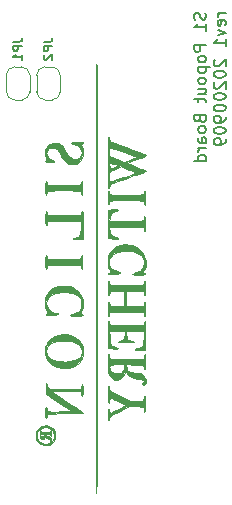
<source format=gbr>
G04 #@! TF.GenerationSoftware,KiCad,Pcbnew,(5.1.5-0-10_14)*
G04 #@! TF.CreationDate,2020-10-08T09:40:03+02:00*
G04 #@! TF.ProjectId,s1-popout-board,73312d70-6f70-46f7-9574-2d626f617264,2*
G04 #@! TF.SameCoordinates,Original*
G04 #@! TF.FileFunction,Legend,Bot*
G04 #@! TF.FilePolarity,Positive*
%FSLAX46Y46*%
G04 Gerber Fmt 4.6, Leading zero omitted, Abs format (unit mm)*
G04 Created by KiCad (PCBNEW (5.1.5-0-10_14)) date 2020-10-08 09:40:03*
%MOMM*%
%LPD*%
G04 APERTURE LIST*
%ADD10C,0.150000*%
%ADD11C,0.120000*%
%ADD12C,0.010000*%
G04 APERTURE END LIST*
D10*
X115129761Y-48087976D02*
X115177380Y-48230833D01*
X115177380Y-48468928D01*
X115129761Y-48564166D01*
X115082142Y-48611785D01*
X114986904Y-48659404D01*
X114891666Y-48659404D01*
X114796428Y-48611785D01*
X114748809Y-48564166D01*
X114701190Y-48468928D01*
X114653571Y-48278452D01*
X114605952Y-48183214D01*
X114558333Y-48135595D01*
X114463095Y-48087976D01*
X114367857Y-48087976D01*
X114272619Y-48135595D01*
X114225000Y-48183214D01*
X114177380Y-48278452D01*
X114177380Y-48516547D01*
X114225000Y-48659404D01*
X115177380Y-49611785D02*
X115177380Y-49040357D01*
X115177380Y-49326071D02*
X114177380Y-49326071D01*
X114320238Y-49230833D01*
X114415476Y-49135595D01*
X114463095Y-49040357D01*
X115177380Y-50802261D02*
X114177380Y-50802261D01*
X114177380Y-51183214D01*
X114225000Y-51278452D01*
X114272619Y-51326071D01*
X114367857Y-51373690D01*
X114510714Y-51373690D01*
X114605952Y-51326071D01*
X114653571Y-51278452D01*
X114701190Y-51183214D01*
X114701190Y-50802261D01*
X115177380Y-51945119D02*
X115129761Y-51849880D01*
X115082142Y-51802261D01*
X114986904Y-51754642D01*
X114701190Y-51754642D01*
X114605952Y-51802261D01*
X114558333Y-51849880D01*
X114510714Y-51945119D01*
X114510714Y-52087976D01*
X114558333Y-52183214D01*
X114605952Y-52230833D01*
X114701190Y-52278452D01*
X114986904Y-52278452D01*
X115082142Y-52230833D01*
X115129761Y-52183214D01*
X115177380Y-52087976D01*
X115177380Y-51945119D01*
X114510714Y-52707023D02*
X115510714Y-52707023D01*
X114558333Y-52707023D02*
X114510714Y-52802261D01*
X114510714Y-52992738D01*
X114558333Y-53087976D01*
X114605952Y-53135595D01*
X114701190Y-53183214D01*
X114986904Y-53183214D01*
X115082142Y-53135595D01*
X115129761Y-53087976D01*
X115177380Y-52992738D01*
X115177380Y-52802261D01*
X115129761Y-52707023D01*
X115177380Y-53754642D02*
X115129761Y-53659404D01*
X115082142Y-53611785D01*
X114986904Y-53564166D01*
X114701190Y-53564166D01*
X114605952Y-53611785D01*
X114558333Y-53659404D01*
X114510714Y-53754642D01*
X114510714Y-53897500D01*
X114558333Y-53992738D01*
X114605952Y-54040357D01*
X114701190Y-54087976D01*
X114986904Y-54087976D01*
X115082142Y-54040357D01*
X115129761Y-53992738D01*
X115177380Y-53897500D01*
X115177380Y-53754642D01*
X114510714Y-54945119D02*
X115177380Y-54945119D01*
X114510714Y-54516547D02*
X115034523Y-54516547D01*
X115129761Y-54564166D01*
X115177380Y-54659404D01*
X115177380Y-54802261D01*
X115129761Y-54897500D01*
X115082142Y-54945119D01*
X114510714Y-55278452D02*
X114510714Y-55659404D01*
X114177380Y-55421309D02*
X115034523Y-55421309D01*
X115129761Y-55468928D01*
X115177380Y-55564166D01*
X115177380Y-55659404D01*
X114653571Y-57087976D02*
X114701190Y-57230833D01*
X114748809Y-57278452D01*
X114844047Y-57326071D01*
X114986904Y-57326071D01*
X115082142Y-57278452D01*
X115129761Y-57230833D01*
X115177380Y-57135595D01*
X115177380Y-56754642D01*
X114177380Y-56754642D01*
X114177380Y-57087976D01*
X114225000Y-57183214D01*
X114272619Y-57230833D01*
X114367857Y-57278452D01*
X114463095Y-57278452D01*
X114558333Y-57230833D01*
X114605952Y-57183214D01*
X114653571Y-57087976D01*
X114653571Y-56754642D01*
X115177380Y-57897500D02*
X115129761Y-57802261D01*
X115082142Y-57754642D01*
X114986904Y-57707023D01*
X114701190Y-57707023D01*
X114605952Y-57754642D01*
X114558333Y-57802261D01*
X114510714Y-57897500D01*
X114510714Y-58040357D01*
X114558333Y-58135595D01*
X114605952Y-58183214D01*
X114701190Y-58230833D01*
X114986904Y-58230833D01*
X115082142Y-58183214D01*
X115129761Y-58135595D01*
X115177380Y-58040357D01*
X115177380Y-57897500D01*
X115177380Y-59087976D02*
X114653571Y-59087976D01*
X114558333Y-59040357D01*
X114510714Y-58945119D01*
X114510714Y-58754642D01*
X114558333Y-58659404D01*
X115129761Y-59087976D02*
X115177380Y-58992738D01*
X115177380Y-58754642D01*
X115129761Y-58659404D01*
X115034523Y-58611785D01*
X114939285Y-58611785D01*
X114844047Y-58659404D01*
X114796428Y-58754642D01*
X114796428Y-58992738D01*
X114748809Y-59087976D01*
X115177380Y-59564166D02*
X114510714Y-59564166D01*
X114701190Y-59564166D02*
X114605952Y-59611785D01*
X114558333Y-59659404D01*
X114510714Y-59754642D01*
X114510714Y-59849880D01*
X115177380Y-60611785D02*
X114177380Y-60611785D01*
X115129761Y-60611785D02*
X115177380Y-60516547D01*
X115177380Y-60326071D01*
X115129761Y-60230833D01*
X115082142Y-60183214D01*
X114986904Y-60135595D01*
X114701190Y-60135595D01*
X114605952Y-60183214D01*
X114558333Y-60230833D01*
X114510714Y-60326071D01*
X114510714Y-60516547D01*
X114558333Y-60611785D01*
X116827380Y-48135595D02*
X116160714Y-48135595D01*
X116351190Y-48135595D02*
X116255952Y-48183214D01*
X116208333Y-48230833D01*
X116160714Y-48326071D01*
X116160714Y-48421309D01*
X116779761Y-49135595D02*
X116827380Y-49040357D01*
X116827380Y-48849880D01*
X116779761Y-48754642D01*
X116684523Y-48707023D01*
X116303571Y-48707023D01*
X116208333Y-48754642D01*
X116160714Y-48849880D01*
X116160714Y-49040357D01*
X116208333Y-49135595D01*
X116303571Y-49183214D01*
X116398809Y-49183214D01*
X116494047Y-48707023D01*
X116160714Y-49516547D02*
X116827380Y-49754642D01*
X116160714Y-49992738D01*
X116827380Y-50897500D02*
X116827380Y-50326071D01*
X116827380Y-50611785D02*
X115827380Y-50611785D01*
X115970238Y-50516547D01*
X116065476Y-50421309D01*
X116113095Y-50326071D01*
X115922619Y-52040357D02*
X115875000Y-52087976D01*
X115827380Y-52183214D01*
X115827380Y-52421309D01*
X115875000Y-52516547D01*
X115922619Y-52564166D01*
X116017857Y-52611785D01*
X116113095Y-52611785D01*
X116255952Y-52564166D01*
X116827380Y-51992738D01*
X116827380Y-52611785D01*
X115827380Y-53230833D02*
X115827380Y-53326071D01*
X115875000Y-53421309D01*
X115922619Y-53468928D01*
X116017857Y-53516547D01*
X116208333Y-53564166D01*
X116446428Y-53564166D01*
X116636904Y-53516547D01*
X116732142Y-53468928D01*
X116779761Y-53421309D01*
X116827380Y-53326071D01*
X116827380Y-53230833D01*
X116779761Y-53135595D01*
X116732142Y-53087976D01*
X116636904Y-53040357D01*
X116446428Y-52992738D01*
X116208333Y-52992738D01*
X116017857Y-53040357D01*
X115922619Y-53087976D01*
X115875000Y-53135595D01*
X115827380Y-53230833D01*
X115922619Y-53945119D02*
X115875000Y-53992738D01*
X115827380Y-54087976D01*
X115827380Y-54326071D01*
X115875000Y-54421309D01*
X115922619Y-54468928D01*
X116017857Y-54516547D01*
X116113095Y-54516547D01*
X116255952Y-54468928D01*
X116827380Y-53897500D01*
X116827380Y-54516547D01*
X115827380Y-55135595D02*
X115827380Y-55230833D01*
X115875000Y-55326071D01*
X115922619Y-55373690D01*
X116017857Y-55421309D01*
X116208333Y-55468928D01*
X116446428Y-55468928D01*
X116636904Y-55421309D01*
X116732142Y-55373690D01*
X116779761Y-55326071D01*
X116827380Y-55230833D01*
X116827380Y-55135595D01*
X116779761Y-55040357D01*
X116732142Y-54992738D01*
X116636904Y-54945119D01*
X116446428Y-54897500D01*
X116208333Y-54897500D01*
X116017857Y-54945119D01*
X115922619Y-54992738D01*
X115875000Y-55040357D01*
X115827380Y-55135595D01*
X115827380Y-56087976D02*
X115827380Y-56183214D01*
X115875000Y-56278452D01*
X115922619Y-56326071D01*
X116017857Y-56373690D01*
X116208333Y-56421309D01*
X116446428Y-56421309D01*
X116636904Y-56373690D01*
X116732142Y-56326071D01*
X116779761Y-56278452D01*
X116827380Y-56183214D01*
X116827380Y-56087976D01*
X116779761Y-55992738D01*
X116732142Y-55945119D01*
X116636904Y-55897500D01*
X116446428Y-55849880D01*
X116208333Y-55849880D01*
X116017857Y-55897500D01*
X115922619Y-55945119D01*
X115875000Y-55992738D01*
X115827380Y-56087976D01*
X116827380Y-56897500D02*
X116827380Y-57087976D01*
X116779761Y-57183214D01*
X116732142Y-57230833D01*
X116589285Y-57326071D01*
X116398809Y-57373690D01*
X116017857Y-57373690D01*
X115922619Y-57326071D01*
X115875000Y-57278452D01*
X115827380Y-57183214D01*
X115827380Y-56992738D01*
X115875000Y-56897500D01*
X115922619Y-56849880D01*
X116017857Y-56802261D01*
X116255952Y-56802261D01*
X116351190Y-56849880D01*
X116398809Y-56897500D01*
X116446428Y-56992738D01*
X116446428Y-57183214D01*
X116398809Y-57278452D01*
X116351190Y-57326071D01*
X116255952Y-57373690D01*
X115827380Y-57992738D02*
X115827380Y-58087976D01*
X115875000Y-58183214D01*
X115922619Y-58230833D01*
X116017857Y-58278452D01*
X116208333Y-58326071D01*
X116446428Y-58326071D01*
X116636904Y-58278452D01*
X116732142Y-58230833D01*
X116779761Y-58183214D01*
X116827380Y-58087976D01*
X116827380Y-57992738D01*
X116779761Y-57897500D01*
X116732142Y-57849880D01*
X116636904Y-57802261D01*
X116446428Y-57754642D01*
X116208333Y-57754642D01*
X116017857Y-57802261D01*
X115922619Y-57849880D01*
X115875000Y-57897500D01*
X115827380Y-57992738D01*
X116827380Y-58802261D02*
X116827380Y-58992738D01*
X116779761Y-59087976D01*
X116732142Y-59135595D01*
X116589285Y-59230833D01*
X116398809Y-59278452D01*
X116017857Y-59278452D01*
X115922619Y-59230833D01*
X115875000Y-59183214D01*
X115827380Y-59087976D01*
X115827380Y-58897500D01*
X115875000Y-58802261D01*
X115922619Y-58754642D01*
X116017857Y-58707023D01*
X116255952Y-58707023D01*
X116351190Y-58754642D01*
X116398809Y-58802261D01*
X116446428Y-58897500D01*
X116446428Y-59087976D01*
X116398809Y-59183214D01*
X116351190Y-59230833D01*
X116255952Y-59278452D01*
D11*
X100260000Y-54760000D02*
X100260000Y-53360000D01*
X99560000Y-52660000D02*
X98960000Y-52660000D01*
X98260000Y-53360000D02*
X98260000Y-54760000D01*
X98960000Y-55460000D02*
X99560000Y-55460000D01*
X99560000Y-55460000D02*
G75*
G03X100260000Y-54760000I0J700000D01*
G01*
X98260000Y-54760000D02*
G75*
G03X98960000Y-55460000I700000J0D01*
G01*
X98960000Y-52660000D02*
G75*
G03X98260000Y-53360000I0J-700000D01*
G01*
X100260000Y-53360000D02*
G75*
G03X99560000Y-52660000I-700000J0D01*
G01*
X102830000Y-54760000D02*
X102830000Y-53360000D01*
X102130000Y-52660000D02*
X101530000Y-52660000D01*
X100830000Y-53360000D02*
X100830000Y-54760000D01*
X101530000Y-55460000D02*
X102130000Y-55460000D01*
X102130000Y-55460000D02*
G75*
G03X102830000Y-54760000I0J700000D01*
G01*
X100830000Y-54760000D02*
G75*
G03X101530000Y-55460000I700000J0D01*
G01*
X101530000Y-52660000D02*
G75*
G03X100830000Y-53360000I0J-700000D01*
G01*
X102830000Y-53360000D02*
G75*
G03X102130000Y-52660000I-700000J0D01*
G01*
D12*
G36*
X101085685Y-83813135D02*
G01*
X101098523Y-83939389D01*
X101118628Y-84040589D01*
X101139343Y-84090212D01*
X101221342Y-84156178D01*
X101324523Y-84175792D01*
X101422539Y-84149856D01*
X101488874Y-84079545D01*
X101521614Y-84017301D01*
X101553396Y-84013992D01*
X101606432Y-84059588D01*
X101691858Y-84111724D01*
X101806609Y-84150027D01*
X101831768Y-84154830D01*
X101926033Y-84175410D01*
X101963960Y-84204206D01*
X101962243Y-84251018D01*
X101961345Y-84305005D01*
X102009617Y-84310666D01*
X102012025Y-84310217D01*
X102073767Y-84269028D01*
X102088515Y-84190491D01*
X102054987Y-84093621D01*
X102029156Y-84055748D01*
X101924711Y-83974788D01*
X101804599Y-83942697D01*
X101671956Y-83906304D01*
X101601824Y-83842574D01*
X101591412Y-83798928D01*
X101623908Y-83784026D01*
X101708318Y-83774142D01*
X101790428Y-83771714D01*
X101910782Y-83776600D01*
X101972745Y-83793747D01*
X101990000Y-83826142D01*
X102009593Y-83874430D01*
X102026285Y-83880571D01*
X102045613Y-83847520D01*
X102058717Y-83761179D01*
X102062571Y-83662857D01*
X102057062Y-83546890D01*
X102042672Y-83468268D01*
X102026285Y-83445142D01*
X101994093Y-83474532D01*
X101990000Y-83499571D01*
X101978852Y-83523472D01*
X101937876Y-83539386D01*
X101855774Y-83548787D01*
X101721249Y-83553148D01*
X101572714Y-83554000D01*
X101389472Y-83552546D01*
X101318714Y-83549447D01*
X101318714Y-83771714D01*
X101434309Y-83784235D01*
X101482894Y-83821081D01*
X101463535Y-83881177D01*
X101438457Y-83909600D01*
X101366293Y-83945712D01*
X101276508Y-83950230D01*
X101201704Y-83924884D01*
X101177453Y-83895746D01*
X101158865Y-83823715D01*
X101182466Y-83786281D01*
X101260378Y-83772802D01*
X101318714Y-83771714D01*
X101318714Y-83549447D01*
X101267463Y-83547201D01*
X101195390Y-83536492D01*
X101161954Y-83518945D01*
X101155428Y-83499571D01*
X101135835Y-83451283D01*
X101119142Y-83445142D01*
X101096843Y-83477831D01*
X101084238Y-83562978D01*
X101080721Y-83681206D01*
X101085685Y-83813135D01*
G37*
X101085685Y-83813135D02*
X101098523Y-83939389D01*
X101118628Y-84040589D01*
X101139343Y-84090212D01*
X101221342Y-84156178D01*
X101324523Y-84175792D01*
X101422539Y-84149856D01*
X101488874Y-84079545D01*
X101521614Y-84017301D01*
X101553396Y-84013992D01*
X101606432Y-84059588D01*
X101691858Y-84111724D01*
X101806609Y-84150027D01*
X101831768Y-84154830D01*
X101926033Y-84175410D01*
X101963960Y-84204206D01*
X101962243Y-84251018D01*
X101961345Y-84305005D01*
X102009617Y-84310666D01*
X102012025Y-84310217D01*
X102073767Y-84269028D01*
X102088515Y-84190491D01*
X102054987Y-84093621D01*
X102029156Y-84055748D01*
X101924711Y-83974788D01*
X101804599Y-83942697D01*
X101671956Y-83906304D01*
X101601824Y-83842574D01*
X101591412Y-83798928D01*
X101623908Y-83784026D01*
X101708318Y-83774142D01*
X101790428Y-83771714D01*
X101910782Y-83776600D01*
X101972745Y-83793747D01*
X101990000Y-83826142D01*
X102009593Y-83874430D01*
X102026285Y-83880571D01*
X102045613Y-83847520D01*
X102058717Y-83761179D01*
X102062571Y-83662857D01*
X102057062Y-83546890D01*
X102042672Y-83468268D01*
X102026285Y-83445142D01*
X101994093Y-83474532D01*
X101990000Y-83499571D01*
X101978852Y-83523472D01*
X101937876Y-83539386D01*
X101855774Y-83548787D01*
X101721249Y-83553148D01*
X101572714Y-83554000D01*
X101389472Y-83552546D01*
X101318714Y-83549447D01*
X101318714Y-83771714D01*
X101434309Y-83784235D01*
X101482894Y-83821081D01*
X101463535Y-83881177D01*
X101438457Y-83909600D01*
X101366293Y-83945712D01*
X101276508Y-83950230D01*
X101201704Y-83924884D01*
X101177453Y-83895746D01*
X101158865Y-83823715D01*
X101182466Y-83786281D01*
X101260378Y-83772802D01*
X101318714Y-83771714D01*
X101318714Y-83549447D01*
X101267463Y-83547201D01*
X101195390Y-83536492D01*
X101161954Y-83518945D01*
X101155428Y-83499571D01*
X101135835Y-83451283D01*
X101119142Y-83445142D01*
X101096843Y-83477831D01*
X101084238Y-83562978D01*
X101080721Y-83681206D01*
X101085685Y-83813135D01*
G36*
X100749531Y-83879019D02*
G01*
X100779845Y-84128676D01*
X100869985Y-84337433D01*
X101020769Y-84506636D01*
X101201792Y-84622655D01*
X101430236Y-84699514D01*
X101661771Y-84711058D01*
X101884026Y-84661775D01*
X102084629Y-84556150D01*
X102251209Y-84398672D01*
X102369160Y-84199237D01*
X102402493Y-84070879D01*
X102419185Y-83905365D01*
X102417517Y-83736560D01*
X102399048Y-83610397D01*
X102317665Y-83428550D01*
X102180520Y-83268887D01*
X102003366Y-83141239D01*
X101801953Y-83055441D01*
X101592034Y-83021326D01*
X101482320Y-83028789D01*
X101482320Y-83154621D01*
X101691871Y-83160740D01*
X101894588Y-83226322D01*
X102076713Y-83346319D01*
X102224487Y-83515683D01*
X102258315Y-83572142D01*
X102302034Y-83712164D01*
X102310435Y-83885580D01*
X102285651Y-84063624D01*
X102229816Y-84217531D01*
X102207750Y-84254082D01*
X102052971Y-84425005D01*
X101872666Y-84535647D01*
X101677943Y-84588369D01*
X101479915Y-84585533D01*
X101289690Y-84529502D01*
X101118380Y-84422637D01*
X100977096Y-84267302D01*
X100876947Y-84065857D01*
X100849212Y-83965250D01*
X100846802Y-83795309D01*
X100901565Y-83616115D01*
X101003323Y-83445453D01*
X101141900Y-83301104D01*
X101279693Y-83213015D01*
X101482320Y-83154621D01*
X101482320Y-83028789D01*
X101468841Y-83029706D01*
X101225844Y-83103236D01*
X101026468Y-83231644D01*
X100876658Y-83407910D01*
X100782362Y-83625010D01*
X100749527Y-83875924D01*
X100749531Y-83879019D01*
G37*
X100749531Y-83879019D02*
X100779845Y-84128676D01*
X100869985Y-84337433D01*
X101020769Y-84506636D01*
X101201792Y-84622655D01*
X101430236Y-84699514D01*
X101661771Y-84711058D01*
X101884026Y-84661775D01*
X102084629Y-84556150D01*
X102251209Y-84398672D01*
X102369160Y-84199237D01*
X102402493Y-84070879D01*
X102419185Y-83905365D01*
X102417517Y-83736560D01*
X102399048Y-83610397D01*
X102317665Y-83428550D01*
X102180520Y-83268887D01*
X102003366Y-83141239D01*
X101801953Y-83055441D01*
X101592034Y-83021326D01*
X101482320Y-83028789D01*
X101482320Y-83154621D01*
X101691871Y-83160740D01*
X101894588Y-83226322D01*
X102076713Y-83346319D01*
X102224487Y-83515683D01*
X102258315Y-83572142D01*
X102302034Y-83712164D01*
X102310435Y-83885580D01*
X102285651Y-84063624D01*
X102229816Y-84217531D01*
X102207750Y-84254082D01*
X102052971Y-84425005D01*
X101872666Y-84535647D01*
X101677943Y-84588369D01*
X101479915Y-84585533D01*
X101289690Y-84529502D01*
X101118380Y-84422637D01*
X100977096Y-84267302D01*
X100876947Y-84065857D01*
X100849212Y-83965250D01*
X100846802Y-83795309D01*
X100901565Y-83616115D01*
X101003323Y-83445453D01*
X101141900Y-83301104D01*
X101279693Y-83213015D01*
X101482320Y-83154621D01*
X101482320Y-83028789D01*
X101468841Y-83029706D01*
X101225844Y-83103236D01*
X101026468Y-83231644D01*
X100876658Y-83407910D01*
X100782362Y-83625010D01*
X100749527Y-83875924D01*
X100749531Y-83879019D01*
G36*
X101573147Y-69377763D02*
G01*
X101579944Y-69536079D01*
X101590606Y-69661372D01*
X101605116Y-69738575D01*
X101615990Y-69755665D01*
X101650791Y-69733567D01*
X101678542Y-69652081D01*
X101682317Y-69631687D01*
X101700924Y-69529768D01*
X101717229Y-69456029D01*
X101719545Y-69447928D01*
X101758239Y-69435922D01*
X101859914Y-69425582D01*
X102015001Y-69416915D01*
X102213929Y-69409927D01*
X102447128Y-69404624D01*
X102705026Y-69401012D01*
X102978053Y-69399097D01*
X103256640Y-69398886D01*
X103531215Y-69400384D01*
X103792207Y-69403597D01*
X104030047Y-69408532D01*
X104235164Y-69415195D01*
X104397987Y-69423592D01*
X104508946Y-69433729D01*
X104558471Y-69445613D01*
X104559028Y-69446114D01*
X104594660Y-69516113D01*
X104602571Y-69570146D01*
X104615290Y-69675320D01*
X104647602Y-69747050D01*
X104679025Y-69765428D01*
X104689783Y-69731133D01*
X104699030Y-69636200D01*
X104706125Y-69492557D01*
X104710424Y-69312132D01*
X104711428Y-69163690D01*
X104710202Y-68932346D01*
X104706123Y-68765731D01*
X104698587Y-68656038D01*
X104686991Y-68595460D01*
X104670731Y-68576189D01*
X104666071Y-68576842D01*
X104632548Y-68619607D01*
X104610840Y-68704322D01*
X104609611Y-68715937D01*
X104585462Y-68814248D01*
X104542060Y-68883161D01*
X104539176Y-68885500D01*
X104504673Y-68898023D01*
X104433468Y-68908208D01*
X104320052Y-68916232D01*
X104158919Y-68922271D01*
X103944560Y-68926499D01*
X103671470Y-68929092D01*
X103334140Y-68930227D01*
X103135136Y-68930301D01*
X102828774Y-68929477D01*
X102544732Y-68927375D01*
X102291318Y-68924157D01*
X102076838Y-68919987D01*
X101909600Y-68915027D01*
X101797909Y-68909442D01*
X101750074Y-68903394D01*
X101749515Y-68903087D01*
X101718721Y-68853278D01*
X101690319Y-68760146D01*
X101682512Y-68720358D01*
X101657061Y-68622619D01*
X101625298Y-68578603D01*
X101614568Y-68578281D01*
X101597788Y-68618277D01*
X101584982Y-68715665D01*
X101576134Y-68855377D01*
X101571224Y-69022343D01*
X101570235Y-69201495D01*
X101573147Y-69377763D01*
G37*
X101573147Y-69377763D02*
X101579944Y-69536079D01*
X101590606Y-69661372D01*
X101605116Y-69738575D01*
X101615990Y-69755665D01*
X101650791Y-69733567D01*
X101678542Y-69652081D01*
X101682317Y-69631687D01*
X101700924Y-69529768D01*
X101717229Y-69456029D01*
X101719545Y-69447928D01*
X101758239Y-69435922D01*
X101859914Y-69425582D01*
X102015001Y-69416915D01*
X102213929Y-69409927D01*
X102447128Y-69404624D01*
X102705026Y-69401012D01*
X102978053Y-69399097D01*
X103256640Y-69398886D01*
X103531215Y-69400384D01*
X103792207Y-69403597D01*
X104030047Y-69408532D01*
X104235164Y-69415195D01*
X104397987Y-69423592D01*
X104508946Y-69433729D01*
X104558471Y-69445613D01*
X104559028Y-69446114D01*
X104594660Y-69516113D01*
X104602571Y-69570146D01*
X104615290Y-69675320D01*
X104647602Y-69747050D01*
X104679025Y-69765428D01*
X104689783Y-69731133D01*
X104699030Y-69636200D01*
X104706125Y-69492557D01*
X104710424Y-69312132D01*
X104711428Y-69163690D01*
X104710202Y-68932346D01*
X104706123Y-68765731D01*
X104698587Y-68656038D01*
X104686991Y-68595460D01*
X104670731Y-68576189D01*
X104666071Y-68576842D01*
X104632548Y-68619607D01*
X104610840Y-68704322D01*
X104609611Y-68715937D01*
X104585462Y-68814248D01*
X104542060Y-68883161D01*
X104539176Y-68885500D01*
X104504673Y-68898023D01*
X104433468Y-68908208D01*
X104320052Y-68916232D01*
X104158919Y-68922271D01*
X103944560Y-68926499D01*
X103671470Y-68929092D01*
X103334140Y-68930227D01*
X103135136Y-68930301D01*
X102828774Y-68929477D01*
X102544732Y-68927375D01*
X102291318Y-68924157D01*
X102076838Y-68919987D01*
X101909600Y-68915027D01*
X101797909Y-68909442D01*
X101750074Y-68903394D01*
X101749515Y-68903087D01*
X101718721Y-68853278D01*
X101690319Y-68760146D01*
X101682512Y-68720358D01*
X101657061Y-68622619D01*
X101625298Y-68578603D01*
X101614568Y-68578281D01*
X101597788Y-68618277D01*
X101584982Y-68715665D01*
X101576134Y-68855377D01*
X101571224Y-69022343D01*
X101570235Y-69201495D01*
X101573147Y-69377763D01*
G36*
X101573147Y-63100335D02*
G01*
X101579944Y-63258650D01*
X101590606Y-63383944D01*
X101605116Y-63461147D01*
X101615990Y-63478237D01*
X101650791Y-63456138D01*
X101678542Y-63374653D01*
X101682317Y-63354258D01*
X101700924Y-63252340D01*
X101717229Y-63178601D01*
X101719545Y-63170500D01*
X101758239Y-63158493D01*
X101859914Y-63148153D01*
X102015001Y-63139486D01*
X102213929Y-63132498D01*
X102447128Y-63127195D01*
X102705026Y-63123583D01*
X102978053Y-63121668D01*
X103256640Y-63121457D01*
X103531215Y-63122955D01*
X103792207Y-63126169D01*
X104030047Y-63131104D01*
X104235164Y-63137767D01*
X104397987Y-63146164D01*
X104508946Y-63156301D01*
X104558471Y-63168184D01*
X104559028Y-63168685D01*
X104594660Y-63238684D01*
X104602571Y-63292718D01*
X104615290Y-63397892D01*
X104647602Y-63469621D01*
X104679025Y-63488000D01*
X104689783Y-63453705D01*
X104699030Y-63358771D01*
X104706125Y-63215128D01*
X104710424Y-63034703D01*
X104711428Y-62886262D01*
X104710202Y-62654917D01*
X104706123Y-62488303D01*
X104698587Y-62378610D01*
X104686991Y-62318031D01*
X104670731Y-62298760D01*
X104666071Y-62299413D01*
X104632548Y-62342178D01*
X104610840Y-62426893D01*
X104609611Y-62438508D01*
X104585462Y-62536820D01*
X104542060Y-62605732D01*
X104539176Y-62608071D01*
X104504673Y-62620594D01*
X104433468Y-62630780D01*
X104320052Y-62638804D01*
X104158919Y-62644842D01*
X103944560Y-62649070D01*
X103671470Y-62651664D01*
X103334140Y-62652799D01*
X103135136Y-62652873D01*
X102828774Y-62652049D01*
X102544732Y-62649946D01*
X102291318Y-62646729D01*
X102076838Y-62642558D01*
X101909600Y-62637599D01*
X101797909Y-62632013D01*
X101750074Y-62625965D01*
X101749515Y-62625658D01*
X101718721Y-62575849D01*
X101690319Y-62482717D01*
X101682512Y-62442929D01*
X101657061Y-62345190D01*
X101625298Y-62301175D01*
X101614568Y-62300852D01*
X101597788Y-62340848D01*
X101584982Y-62438237D01*
X101576134Y-62577949D01*
X101571224Y-62744915D01*
X101570235Y-62924067D01*
X101573147Y-63100335D01*
G37*
X101573147Y-63100335D02*
X101579944Y-63258650D01*
X101590606Y-63383944D01*
X101605116Y-63461147D01*
X101615990Y-63478237D01*
X101650791Y-63456138D01*
X101678542Y-63374653D01*
X101682317Y-63354258D01*
X101700924Y-63252340D01*
X101717229Y-63178601D01*
X101719545Y-63170500D01*
X101758239Y-63158493D01*
X101859914Y-63148153D01*
X102015001Y-63139486D01*
X102213929Y-63132498D01*
X102447128Y-63127195D01*
X102705026Y-63123583D01*
X102978053Y-63121668D01*
X103256640Y-63121457D01*
X103531215Y-63122955D01*
X103792207Y-63126169D01*
X104030047Y-63131104D01*
X104235164Y-63137767D01*
X104397987Y-63146164D01*
X104508946Y-63156301D01*
X104558471Y-63168184D01*
X104559028Y-63168685D01*
X104594660Y-63238684D01*
X104602571Y-63292718D01*
X104615290Y-63397892D01*
X104647602Y-63469621D01*
X104679025Y-63488000D01*
X104689783Y-63453705D01*
X104699030Y-63358771D01*
X104706125Y-63215128D01*
X104710424Y-63034703D01*
X104711428Y-62886262D01*
X104710202Y-62654917D01*
X104706123Y-62488303D01*
X104698587Y-62378610D01*
X104686991Y-62318031D01*
X104670731Y-62298760D01*
X104666071Y-62299413D01*
X104632548Y-62342178D01*
X104610840Y-62426893D01*
X104609611Y-62438508D01*
X104585462Y-62536820D01*
X104542060Y-62605732D01*
X104539176Y-62608071D01*
X104504673Y-62620594D01*
X104433468Y-62630780D01*
X104320052Y-62638804D01*
X104158919Y-62644842D01*
X103944560Y-62649070D01*
X103671470Y-62651664D01*
X103334140Y-62652799D01*
X103135136Y-62652873D01*
X102828774Y-62652049D01*
X102544732Y-62649946D01*
X102291318Y-62646729D01*
X102076838Y-62642558D01*
X101909600Y-62637599D01*
X101797909Y-62632013D01*
X101750074Y-62625965D01*
X101749515Y-62625658D01*
X101718721Y-62575849D01*
X101690319Y-62482717D01*
X101682512Y-62442929D01*
X101657061Y-62345190D01*
X101625298Y-62301175D01*
X101614568Y-62300852D01*
X101597788Y-62340848D01*
X101584982Y-62438237D01*
X101576134Y-62577949D01*
X101571224Y-62744915D01*
X101570235Y-62924067D01*
X101573147Y-63100335D01*
G36*
X101575855Y-65636270D02*
G01*
X101579047Y-65807556D01*
X101584897Y-65940690D01*
X101592903Y-66021952D01*
X101597633Y-66038965D01*
X101635054Y-66063173D01*
X101670436Y-66025371D01*
X101697278Y-65935980D01*
X101706360Y-65864714D01*
X101717857Y-65719571D01*
X103165829Y-65710078D01*
X104613801Y-65700586D01*
X104591881Y-66185537D01*
X104573903Y-66463527D01*
X104544829Y-66678124D01*
X104499552Y-66838260D01*
X104432963Y-66952865D01*
X104339956Y-67030872D01*
X104215423Y-67081211D01*
X104062229Y-67111690D01*
X103944941Y-67139138D01*
X103889797Y-67181271D01*
X103883690Y-67198602D01*
X103884735Y-67225254D01*
X103907663Y-67243183D01*
X103963917Y-67254083D01*
X104064940Y-67259650D01*
X104222176Y-67261580D01*
X104309625Y-67261714D01*
X104747714Y-67261714D01*
X104742772Y-66145928D01*
X104741041Y-65864937D01*
X104738508Y-65604578D01*
X104735341Y-65374485D01*
X104731706Y-65184295D01*
X104727769Y-65043644D01*
X104723697Y-64962165D01*
X104722106Y-64948500D01*
X104695253Y-64880885D01*
X104660293Y-64874128D01*
X104627153Y-64918790D01*
X104605760Y-65005433D01*
X104602571Y-65062139D01*
X104601196Y-65104002D01*
X104592651Y-65138239D01*
X104570308Y-65165611D01*
X104527539Y-65186883D01*
X104457716Y-65202819D01*
X104354209Y-65214182D01*
X104210390Y-65221736D01*
X104019632Y-65226245D01*
X103775305Y-65228472D01*
X103470781Y-65229181D01*
X103152957Y-65229158D01*
X102844446Y-65228332D01*
X102558150Y-65226220D01*
X102302330Y-65222985D01*
X102085247Y-65218790D01*
X101915164Y-65213798D01*
X101800342Y-65208171D01*
X101749044Y-65202072D01*
X101747774Y-65201473D01*
X101717813Y-65150616D01*
X101696405Y-65057987D01*
X101693345Y-65029672D01*
X101672723Y-64924795D01*
X101634475Y-64885191D01*
X101631033Y-64885000D01*
X101611046Y-64897955D01*
X101596536Y-64943066D01*
X101586573Y-65029703D01*
X101580225Y-65167235D01*
X101576561Y-65365031D01*
X101575821Y-65440554D01*
X101575855Y-65636270D01*
G37*
X101575855Y-65636270D02*
X101579047Y-65807556D01*
X101584897Y-65940690D01*
X101592903Y-66021952D01*
X101597633Y-66038965D01*
X101635054Y-66063173D01*
X101670436Y-66025371D01*
X101697278Y-65935980D01*
X101706360Y-65864714D01*
X101717857Y-65719571D01*
X103165829Y-65710078D01*
X104613801Y-65700586D01*
X104591881Y-66185537D01*
X104573903Y-66463527D01*
X104544829Y-66678124D01*
X104499552Y-66838260D01*
X104432963Y-66952865D01*
X104339956Y-67030872D01*
X104215423Y-67081211D01*
X104062229Y-67111690D01*
X103944941Y-67139138D01*
X103889797Y-67181271D01*
X103883690Y-67198602D01*
X103884735Y-67225254D01*
X103907663Y-67243183D01*
X103963917Y-67254083D01*
X104064940Y-67259650D01*
X104222176Y-67261580D01*
X104309625Y-67261714D01*
X104747714Y-67261714D01*
X104742772Y-66145928D01*
X104741041Y-65864937D01*
X104738508Y-65604578D01*
X104735341Y-65374485D01*
X104731706Y-65184295D01*
X104727769Y-65043644D01*
X104723697Y-64962165D01*
X104722106Y-64948500D01*
X104695253Y-64880885D01*
X104660293Y-64874128D01*
X104627153Y-64918790D01*
X104605760Y-65005433D01*
X104602571Y-65062139D01*
X104601196Y-65104002D01*
X104592651Y-65138239D01*
X104570308Y-65165611D01*
X104527539Y-65186883D01*
X104457716Y-65202819D01*
X104354209Y-65214182D01*
X104210390Y-65221736D01*
X104019632Y-65226245D01*
X103775305Y-65228472D01*
X103470781Y-65229181D01*
X103152957Y-65229158D01*
X102844446Y-65228332D01*
X102558150Y-65226220D01*
X102302330Y-65222985D01*
X102085247Y-65218790D01*
X101915164Y-65213798D01*
X101800342Y-65208171D01*
X101749044Y-65202072D01*
X101747774Y-65201473D01*
X101717813Y-65150616D01*
X101696405Y-65057987D01*
X101693345Y-65029672D01*
X101672723Y-64924795D01*
X101634475Y-64885191D01*
X101631033Y-64885000D01*
X101611046Y-64897955D01*
X101596536Y-64943066D01*
X101586573Y-65029703D01*
X101580225Y-65167235D01*
X101576561Y-65365031D01*
X101575821Y-65440554D01*
X101575855Y-65636270D01*
G36*
X101556713Y-82058416D02*
G01*
X101563299Y-82198670D01*
X101574883Y-82304600D01*
X101589439Y-82355520D01*
X101630193Y-82389320D01*
X101663903Y-82351343D01*
X101690270Y-82242066D01*
X101698215Y-82182689D01*
X101717857Y-82011857D01*
X103222308Y-82002377D01*
X103546241Y-81999608D01*
X103847733Y-81995630D01*
X104119030Y-81990650D01*
X104352377Y-81984872D01*
X104540017Y-81978503D01*
X104674197Y-81971750D01*
X104747160Y-81964817D01*
X104758061Y-81961595D01*
X104742595Y-81929849D01*
X104676328Y-81866664D01*
X104569077Y-81780503D01*
X104432895Y-81681383D01*
X104312493Y-81598332D01*
X104142461Y-81482498D01*
X103933652Y-81341200D01*
X103696919Y-81181758D01*
X103443117Y-81011491D01*
X103183099Y-80837719D01*
X103080977Y-80769664D01*
X102085527Y-80106857D01*
X103300506Y-80106857D01*
X103657949Y-80107616D01*
X103947869Y-80110010D01*
X104175297Y-80114213D01*
X104345266Y-80120399D01*
X104462808Y-80128741D01*
X104532957Y-80139415D01*
X104559028Y-80150400D01*
X104586359Y-80212045D01*
X104601499Y-80312850D01*
X104602571Y-80347830D01*
X104613917Y-80456729D01*
X104643089Y-80525802D01*
X104682786Y-80541366D01*
X104699685Y-80529838D01*
X104710382Y-80484652D01*
X104718841Y-80384001D01*
X104724898Y-80244963D01*
X104728386Y-80084616D01*
X104729143Y-79920036D01*
X104727002Y-79768302D01*
X104721800Y-79646490D01*
X104713371Y-79571678D01*
X104709049Y-79558721D01*
X104670785Y-79528478D01*
X104638420Y-79568720D01*
X104612988Y-79677521D01*
X104603368Y-79755297D01*
X104584428Y-79943571D01*
X103350714Y-79954042D01*
X103053059Y-79955903D01*
X102774021Y-79956386D01*
X102523063Y-79955568D01*
X102309649Y-79953531D01*
X102143244Y-79950355D01*
X102033311Y-79946120D01*
X101995017Y-79942565D01*
X101845425Y-79884129D01*
X101744535Y-79776955D01*
X101700847Y-79630889D01*
X101699714Y-79600506D01*
X101690927Y-79498964D01*
X101661722Y-79456660D01*
X101645285Y-79453714D01*
X101622058Y-79464447D01*
X101606426Y-79503995D01*
X101597063Y-79583378D01*
X101592644Y-79713620D01*
X101591826Y-79898214D01*
X101592795Y-80342714D01*
X102700698Y-81086571D01*
X103808600Y-81830428D01*
X102800004Y-81840089D01*
X102535072Y-81841999D01*
X102292877Y-81842548D01*
X102083199Y-81841809D01*
X101915818Y-81839857D01*
X101800514Y-81836764D01*
X101747066Y-81832604D01*
X101745561Y-81832156D01*
X101715278Y-81787332D01*
X101699752Y-81698385D01*
X101699158Y-81677353D01*
X101686953Y-81552976D01*
X101655018Y-81476556D01*
X101608610Y-81458804D01*
X101594914Y-81465064D01*
X101578154Y-81510029D01*
X101565845Y-81609642D01*
X101558096Y-81746107D01*
X101555015Y-81901629D01*
X101556713Y-82058416D01*
G37*
X101556713Y-82058416D02*
X101563299Y-82198670D01*
X101574883Y-82304600D01*
X101589439Y-82355520D01*
X101630193Y-82389320D01*
X101663903Y-82351343D01*
X101690270Y-82242066D01*
X101698215Y-82182689D01*
X101717857Y-82011857D01*
X103222308Y-82002377D01*
X103546241Y-81999608D01*
X103847733Y-81995630D01*
X104119030Y-81990650D01*
X104352377Y-81984872D01*
X104540017Y-81978503D01*
X104674197Y-81971750D01*
X104747160Y-81964817D01*
X104758061Y-81961595D01*
X104742595Y-81929849D01*
X104676328Y-81866664D01*
X104569077Y-81780503D01*
X104432895Y-81681383D01*
X104312493Y-81598332D01*
X104142461Y-81482498D01*
X103933652Y-81341200D01*
X103696919Y-81181758D01*
X103443117Y-81011491D01*
X103183099Y-80837719D01*
X103080977Y-80769664D01*
X102085527Y-80106857D01*
X103300506Y-80106857D01*
X103657949Y-80107616D01*
X103947869Y-80110010D01*
X104175297Y-80114213D01*
X104345266Y-80120399D01*
X104462808Y-80128741D01*
X104532957Y-80139415D01*
X104559028Y-80150400D01*
X104586359Y-80212045D01*
X104601499Y-80312850D01*
X104602571Y-80347830D01*
X104613917Y-80456729D01*
X104643089Y-80525802D01*
X104682786Y-80541366D01*
X104699685Y-80529838D01*
X104710382Y-80484652D01*
X104718841Y-80384001D01*
X104724898Y-80244963D01*
X104728386Y-80084616D01*
X104729143Y-79920036D01*
X104727002Y-79768302D01*
X104721800Y-79646490D01*
X104713371Y-79571678D01*
X104709049Y-79558721D01*
X104670785Y-79528478D01*
X104638420Y-79568720D01*
X104612988Y-79677521D01*
X104603368Y-79755297D01*
X104584428Y-79943571D01*
X103350714Y-79954042D01*
X103053059Y-79955903D01*
X102774021Y-79956386D01*
X102523063Y-79955568D01*
X102309649Y-79953531D01*
X102143244Y-79950355D01*
X102033311Y-79946120D01*
X101995017Y-79942565D01*
X101845425Y-79884129D01*
X101744535Y-79776955D01*
X101700847Y-79630889D01*
X101699714Y-79600506D01*
X101690927Y-79498964D01*
X101661722Y-79456660D01*
X101645285Y-79453714D01*
X101622058Y-79464447D01*
X101606426Y-79503995D01*
X101597063Y-79583378D01*
X101592644Y-79713620D01*
X101591826Y-79898214D01*
X101592795Y-80342714D01*
X102700698Y-81086571D01*
X103808600Y-81830428D01*
X102800004Y-81840089D01*
X102535072Y-81841999D01*
X102292877Y-81842548D01*
X102083199Y-81841809D01*
X101915818Y-81839857D01*
X101800514Y-81836764D01*
X101747066Y-81832604D01*
X101745561Y-81832156D01*
X101715278Y-81787332D01*
X101699752Y-81698385D01*
X101699158Y-81677353D01*
X101686953Y-81552976D01*
X101655018Y-81476556D01*
X101608610Y-81458804D01*
X101594914Y-81465064D01*
X101578154Y-81510029D01*
X101565845Y-81609642D01*
X101558096Y-81746107D01*
X101555015Y-81901629D01*
X101556713Y-82058416D01*
G36*
X101545561Y-76942194D02*
G01*
X101615737Y-77223649D01*
X101664973Y-77338622D01*
X101829404Y-77594024D01*
X102047845Y-77805081D01*
X102314626Y-77968730D01*
X102624072Y-78081911D01*
X102970512Y-78141561D01*
X103169285Y-78150433D01*
X103525589Y-78121263D01*
X103850049Y-78033794D01*
X104136866Y-77891373D01*
X104380236Y-77697345D01*
X104574360Y-77455055D01*
X104664733Y-77288016D01*
X104741162Y-77049904D01*
X104773611Y-76782984D01*
X104760437Y-76517042D01*
X104717564Y-76329838D01*
X104588330Y-76048384D01*
X104406031Y-75806939D01*
X104179575Y-75607754D01*
X103917871Y-75453076D01*
X103629826Y-75345154D01*
X103324349Y-75286237D01*
X103169285Y-75282453D01*
X103169285Y-75843741D01*
X103390975Y-75844641D01*
X103555207Y-75848139D01*
X103677094Y-75856032D01*
X103771746Y-75870117D01*
X103854273Y-75892192D01*
X103939786Y-75924054D01*
X103978276Y-75939968D01*
X104207369Y-76048165D01*
X104376021Y-76157378D01*
X104496024Y-76275666D01*
X104522979Y-76312190D01*
X104613425Y-76499788D01*
X104652924Y-76710175D01*
X104640057Y-76920190D01*
X104573404Y-77106671D01*
X104571834Y-77109438D01*
X104435675Y-77275515D01*
X104235593Y-77410859D01*
X103973909Y-77514378D01*
X103652946Y-77584974D01*
X103528867Y-77601494D01*
X103200275Y-77620163D01*
X102877872Y-77603611D01*
X102572844Y-77554793D01*
X102296380Y-77476665D01*
X102059668Y-77372182D01*
X101873895Y-77244302D01*
X101777544Y-77138813D01*
X101722030Y-77035404D01*
X101675163Y-76906074D01*
X101665194Y-76867165D01*
X101646264Y-76637324D01*
X101695278Y-76428958D01*
X101809930Y-76245332D01*
X101987914Y-76089715D01*
X102226922Y-75965373D01*
X102327589Y-75928852D01*
X102436922Y-75895595D01*
X102539452Y-75872173D01*
X102651529Y-75856935D01*
X102789502Y-75848228D01*
X102969718Y-75844397D01*
X103169285Y-75843741D01*
X103169285Y-75282453D01*
X103010347Y-75278574D01*
X102696730Y-75324414D01*
X102392405Y-75426004D01*
X102106281Y-75585594D01*
X102020386Y-75648991D01*
X101824819Y-75847295D01*
X101676706Y-76089305D01*
X101578893Y-76361484D01*
X101534229Y-76650293D01*
X101545561Y-76942194D01*
G37*
X101545561Y-76942194D02*
X101615737Y-77223649D01*
X101664973Y-77338622D01*
X101829404Y-77594024D01*
X102047845Y-77805081D01*
X102314626Y-77968730D01*
X102624072Y-78081911D01*
X102970512Y-78141561D01*
X103169285Y-78150433D01*
X103525589Y-78121263D01*
X103850049Y-78033794D01*
X104136866Y-77891373D01*
X104380236Y-77697345D01*
X104574360Y-77455055D01*
X104664733Y-77288016D01*
X104741162Y-77049904D01*
X104773611Y-76782984D01*
X104760437Y-76517042D01*
X104717564Y-76329838D01*
X104588330Y-76048384D01*
X104406031Y-75806939D01*
X104179575Y-75607754D01*
X103917871Y-75453076D01*
X103629826Y-75345154D01*
X103324349Y-75286237D01*
X103169285Y-75282453D01*
X103169285Y-75843741D01*
X103390975Y-75844641D01*
X103555207Y-75848139D01*
X103677094Y-75856032D01*
X103771746Y-75870117D01*
X103854273Y-75892192D01*
X103939786Y-75924054D01*
X103978276Y-75939968D01*
X104207369Y-76048165D01*
X104376021Y-76157378D01*
X104496024Y-76275666D01*
X104522979Y-76312190D01*
X104613425Y-76499788D01*
X104652924Y-76710175D01*
X104640057Y-76920190D01*
X104573404Y-77106671D01*
X104571834Y-77109438D01*
X104435675Y-77275515D01*
X104235593Y-77410859D01*
X103973909Y-77514378D01*
X103652946Y-77584974D01*
X103528867Y-77601494D01*
X103200275Y-77620163D01*
X102877872Y-77603611D01*
X102572844Y-77554793D01*
X102296380Y-77476665D01*
X102059668Y-77372182D01*
X101873895Y-77244302D01*
X101777544Y-77138813D01*
X101722030Y-77035404D01*
X101675163Y-76906074D01*
X101665194Y-76867165D01*
X101646264Y-76637324D01*
X101695278Y-76428958D01*
X101809930Y-76245332D01*
X101987914Y-76089715D01*
X102226922Y-75965373D01*
X102327589Y-75928852D01*
X102436922Y-75895595D01*
X102539452Y-75872173D01*
X102651529Y-75856935D01*
X102789502Y-75848228D01*
X102969718Y-75844397D01*
X103169285Y-75843741D01*
X103169285Y-75282453D01*
X103010347Y-75278574D01*
X102696730Y-75324414D01*
X102392405Y-75426004D01*
X102106281Y-75585594D01*
X102020386Y-75648991D01*
X101824819Y-75847295D01*
X101676706Y-76089305D01*
X101578893Y-76361484D01*
X101534229Y-76650293D01*
X101545561Y-76942194D01*
G36*
X101540232Y-72801142D02*
G01*
X101548961Y-72923580D01*
X101570937Y-73025111D01*
X101611189Y-73131531D01*
X101656269Y-73229803D01*
X101715610Y-73358515D01*
X101745562Y-73438385D01*
X101749164Y-73485494D01*
X101729453Y-73515924D01*
X101712833Y-73529160D01*
X101649212Y-73566717D01*
X101620207Y-73575428D01*
X101593731Y-73604703D01*
X101590857Y-73626818D01*
X101601629Y-73647297D01*
X101640842Y-73660220D01*
X101718842Y-73666230D01*
X101845973Y-73665968D01*
X102032582Y-73660077D01*
X102089785Y-73657798D01*
X102316327Y-73645719D01*
X102476892Y-73629912D01*
X102578042Y-73608906D01*
X102626337Y-73581231D01*
X102628337Y-73545415D01*
X102624261Y-73537948D01*
X102583958Y-73518481D01*
X102493883Y-73491330D01*
X102399870Y-73468421D01*
X102132456Y-73385381D01*
X101927646Y-73267512D01*
X101782926Y-73112019D01*
X101695784Y-72916110D01*
X101663705Y-72676990D01*
X101663428Y-72649862D01*
X101695521Y-72421470D01*
X101792231Y-72223499D01*
X101954210Y-72055229D01*
X102182107Y-71915941D01*
X102407285Y-71826544D01*
X102528128Y-71790555D01*
X102644403Y-71766389D01*
X102775557Y-71751865D01*
X102941031Y-71744797D01*
X103151142Y-71743000D01*
X103442907Y-71750142D01*
X103679466Y-71774075D01*
X103877006Y-71818557D01*
X104051714Y-71887348D01*
X104219776Y-71984205D01*
X104235799Y-71994879D01*
X104429723Y-72157931D01*
X104557276Y-72344263D01*
X104622867Y-72561135D01*
X104632112Y-72647300D01*
X104628656Y-72872751D01*
X104581391Y-73055820D01*
X104483364Y-73216639D01*
X104405991Y-73302203D01*
X104309650Y-73387181D01*
X104202646Y-73453110D01*
X104062321Y-73512179D01*
X103937187Y-73554366D01*
X103773699Y-73610100D01*
X103673484Y-73654095D01*
X103638052Y-73687458D01*
X103668912Y-73711295D01*
X103767576Y-73726713D01*
X103935551Y-73734817D01*
X104174348Y-73736714D01*
X104185982Y-73736675D01*
X104423008Y-73733312D01*
X104591926Y-73724322D01*
X104697082Y-73708254D01*
X104742819Y-73683661D01*
X104733482Y-73649092D01*
X104673414Y-73603099D01*
X104642097Y-73584540D01*
X104558869Y-73529094D01*
X104536668Y-73478326D01*
X104571264Y-73408973D01*
X104602647Y-73367518D01*
X104695604Y-73198817D01*
X104754352Y-72981747D01*
X104776472Y-72733178D01*
X104759544Y-72469981D01*
X104744362Y-72379643D01*
X104659456Y-72117130D01*
X104515988Y-71863203D01*
X104327395Y-71635542D01*
X104107113Y-71451826D01*
X103984060Y-71379304D01*
X103663615Y-71253141D01*
X103329544Y-71187758D01*
X102993066Y-71181711D01*
X102665401Y-71233558D01*
X102357768Y-71341854D01*
X102081387Y-71505158D01*
X101918945Y-71644963D01*
X101756888Y-71830803D01*
X101645064Y-72021403D01*
X101576524Y-72234846D01*
X101544321Y-72489217D01*
X101539721Y-72632000D01*
X101540232Y-72801142D01*
G37*
X101540232Y-72801142D02*
X101548961Y-72923580D01*
X101570937Y-73025111D01*
X101611189Y-73131531D01*
X101656269Y-73229803D01*
X101715610Y-73358515D01*
X101745562Y-73438385D01*
X101749164Y-73485494D01*
X101729453Y-73515924D01*
X101712833Y-73529160D01*
X101649212Y-73566717D01*
X101620207Y-73575428D01*
X101593731Y-73604703D01*
X101590857Y-73626818D01*
X101601629Y-73647297D01*
X101640842Y-73660220D01*
X101718842Y-73666230D01*
X101845973Y-73665968D01*
X102032582Y-73660077D01*
X102089785Y-73657798D01*
X102316327Y-73645719D01*
X102476892Y-73629912D01*
X102578042Y-73608906D01*
X102626337Y-73581231D01*
X102628337Y-73545415D01*
X102624261Y-73537948D01*
X102583958Y-73518481D01*
X102493883Y-73491330D01*
X102399870Y-73468421D01*
X102132456Y-73385381D01*
X101927646Y-73267512D01*
X101782926Y-73112019D01*
X101695784Y-72916110D01*
X101663705Y-72676990D01*
X101663428Y-72649862D01*
X101695521Y-72421470D01*
X101792231Y-72223499D01*
X101954210Y-72055229D01*
X102182107Y-71915941D01*
X102407285Y-71826544D01*
X102528128Y-71790555D01*
X102644403Y-71766389D01*
X102775557Y-71751865D01*
X102941031Y-71744797D01*
X103151142Y-71743000D01*
X103442907Y-71750142D01*
X103679466Y-71774075D01*
X103877006Y-71818557D01*
X104051714Y-71887348D01*
X104219776Y-71984205D01*
X104235799Y-71994879D01*
X104429723Y-72157931D01*
X104557276Y-72344263D01*
X104622867Y-72561135D01*
X104632112Y-72647300D01*
X104628656Y-72872751D01*
X104581391Y-73055820D01*
X104483364Y-73216639D01*
X104405991Y-73302203D01*
X104309650Y-73387181D01*
X104202646Y-73453110D01*
X104062321Y-73512179D01*
X103937187Y-73554366D01*
X103773699Y-73610100D01*
X103673484Y-73654095D01*
X103638052Y-73687458D01*
X103668912Y-73711295D01*
X103767576Y-73726713D01*
X103935551Y-73734817D01*
X104174348Y-73736714D01*
X104185982Y-73736675D01*
X104423008Y-73733312D01*
X104591926Y-73724322D01*
X104697082Y-73708254D01*
X104742819Y-73683661D01*
X104733482Y-73649092D01*
X104673414Y-73603099D01*
X104642097Y-73584540D01*
X104558869Y-73529094D01*
X104536668Y-73478326D01*
X104571264Y-73408973D01*
X104602647Y-73367518D01*
X104695604Y-73198817D01*
X104754352Y-72981747D01*
X104776472Y-72733178D01*
X104759544Y-72469981D01*
X104744362Y-72379643D01*
X104659456Y-72117130D01*
X104515988Y-71863203D01*
X104327395Y-71635542D01*
X104107113Y-71451826D01*
X103984060Y-71379304D01*
X103663615Y-71253141D01*
X103329544Y-71187758D01*
X102993066Y-71181711D01*
X102665401Y-71233558D01*
X102357768Y-71341854D01*
X102081387Y-71505158D01*
X101918945Y-71644963D01*
X101756888Y-71830803D01*
X101645064Y-72021403D01*
X101576524Y-72234846D01*
X101544321Y-72489217D01*
X101539721Y-72632000D01*
X101540232Y-72801142D01*
G36*
X101533271Y-60019248D02*
G01*
X101557193Y-60139589D01*
X101599336Y-60299792D01*
X101653653Y-60487501D01*
X101646195Y-60546947D01*
X101593892Y-60573835D01*
X101535540Y-60610486D01*
X101525600Y-60648097D01*
X101544496Y-60672467D01*
X101597041Y-60689378D01*
X101694390Y-60700461D01*
X101847695Y-60707352D01*
X101946091Y-60709682D01*
X102126549Y-60711800D01*
X102245513Y-60708936D01*
X102313965Y-60699871D01*
X102342884Y-60683389D01*
X102345234Y-60665422D01*
X102307756Y-60624814D01*
X102222318Y-60575423D01*
X102144621Y-60542333D01*
X101932218Y-60433831D01*
X101779086Y-60290606D01*
X101688591Y-60116828D01*
X101663428Y-59945978D01*
X101693806Y-59766678D01*
X101781442Y-59629049D01*
X101921087Y-59537888D01*
X102107493Y-59497992D01*
X102155071Y-59496571D01*
X102301567Y-59507450D01*
X102426548Y-59545359D01*
X102538773Y-59618212D01*
X102646996Y-59733917D01*
X102759975Y-59900388D01*
X102886465Y-60125534D01*
X102918156Y-60186000D01*
X103019316Y-60355422D01*
X103144248Y-60529056D01*
X103259501Y-60662885D01*
X103375440Y-60774658D01*
X103469540Y-60844148D01*
X103565090Y-60885907D01*
X103651295Y-60907693D01*
X103905166Y-60928182D01*
X104139087Y-60879083D01*
X104353836Y-60760123D01*
X104526549Y-60598594D01*
X104673836Y-60378582D01*
X104756787Y-60130135D01*
X104774541Y-59859992D01*
X104726239Y-59574893D01*
X104676091Y-59426405D01*
X104628249Y-59300495D01*
X104609004Y-59225561D01*
X104619378Y-59185450D01*
X104660395Y-59164010D01*
X104693285Y-59155099D01*
X104761391Y-59120049D01*
X104783999Y-59079707D01*
X104773476Y-59058563D01*
X104734967Y-59044668D01*
X104658061Y-59037185D01*
X104532347Y-59035277D01*
X104347417Y-59038106D01*
X104285071Y-59039597D01*
X104080479Y-59045999D01*
X103937879Y-59054150D01*
X103846692Y-59065461D01*
X103796339Y-59081343D01*
X103776241Y-59103207D01*
X103775072Y-59107620D01*
X103791100Y-59147784D01*
X103863626Y-59181328D01*
X103948628Y-59202724D01*
X104207884Y-59281561D01*
X104404215Y-59394668D01*
X104539906Y-59544476D01*
X104617247Y-59733416D01*
X104638857Y-59936164D01*
X104611131Y-60143856D01*
X104529538Y-60303427D01*
X104396453Y-60412487D01*
X104214250Y-60468646D01*
X104102197Y-60476150D01*
X103933575Y-60462818D01*
X103789888Y-60417273D01*
X103661288Y-60331578D01*
X103537926Y-60197797D01*
X103409956Y-60007994D01*
X103314406Y-59841285D01*
X103168075Y-59589202D01*
X103035308Y-59398479D01*
X102906745Y-59261622D01*
X102773029Y-59171135D01*
X102624803Y-59119522D01*
X102452708Y-59099288D01*
X102386758Y-59098225D01*
X102178386Y-59115931D01*
X102009634Y-59164288D01*
X102006117Y-59165868D01*
X101827764Y-59283462D01*
X101678952Y-59452218D01*
X101575629Y-59652009D01*
X101549118Y-59742621D01*
X101531406Y-59836242D01*
X101525399Y-59923292D01*
X101533271Y-60019248D01*
G37*
X101533271Y-60019248D02*
X101557193Y-60139589D01*
X101599336Y-60299792D01*
X101653653Y-60487501D01*
X101646195Y-60546947D01*
X101593892Y-60573835D01*
X101535540Y-60610486D01*
X101525600Y-60648097D01*
X101544496Y-60672467D01*
X101597041Y-60689378D01*
X101694390Y-60700461D01*
X101847695Y-60707352D01*
X101946091Y-60709682D01*
X102126549Y-60711800D01*
X102245513Y-60708936D01*
X102313965Y-60699871D01*
X102342884Y-60683389D01*
X102345234Y-60665422D01*
X102307756Y-60624814D01*
X102222318Y-60575423D01*
X102144621Y-60542333D01*
X101932218Y-60433831D01*
X101779086Y-60290606D01*
X101688591Y-60116828D01*
X101663428Y-59945978D01*
X101693806Y-59766678D01*
X101781442Y-59629049D01*
X101921087Y-59537888D01*
X102107493Y-59497992D01*
X102155071Y-59496571D01*
X102301567Y-59507450D01*
X102426548Y-59545359D01*
X102538773Y-59618212D01*
X102646996Y-59733917D01*
X102759975Y-59900388D01*
X102886465Y-60125534D01*
X102918156Y-60186000D01*
X103019316Y-60355422D01*
X103144248Y-60529056D01*
X103259501Y-60662885D01*
X103375440Y-60774658D01*
X103469540Y-60844148D01*
X103565090Y-60885907D01*
X103651295Y-60907693D01*
X103905166Y-60928182D01*
X104139087Y-60879083D01*
X104353836Y-60760123D01*
X104526549Y-60598594D01*
X104673836Y-60378582D01*
X104756787Y-60130135D01*
X104774541Y-59859992D01*
X104726239Y-59574893D01*
X104676091Y-59426405D01*
X104628249Y-59300495D01*
X104609004Y-59225561D01*
X104619378Y-59185450D01*
X104660395Y-59164010D01*
X104693285Y-59155099D01*
X104761391Y-59120049D01*
X104783999Y-59079707D01*
X104773476Y-59058563D01*
X104734967Y-59044668D01*
X104658061Y-59037185D01*
X104532347Y-59035277D01*
X104347417Y-59038106D01*
X104285071Y-59039597D01*
X104080479Y-59045999D01*
X103937879Y-59054150D01*
X103846692Y-59065461D01*
X103796339Y-59081343D01*
X103776241Y-59103207D01*
X103775072Y-59107620D01*
X103791100Y-59147784D01*
X103863626Y-59181328D01*
X103948628Y-59202724D01*
X104207884Y-59281561D01*
X104404215Y-59394668D01*
X104539906Y-59544476D01*
X104617247Y-59733416D01*
X104638857Y-59936164D01*
X104611131Y-60143856D01*
X104529538Y-60303427D01*
X104396453Y-60412487D01*
X104214250Y-60468646D01*
X104102197Y-60476150D01*
X103933575Y-60462818D01*
X103789888Y-60417273D01*
X103661288Y-60331578D01*
X103537926Y-60197797D01*
X103409956Y-60007994D01*
X103314406Y-59841285D01*
X103168075Y-59589202D01*
X103035308Y-59398479D01*
X102906745Y-59261622D01*
X102773029Y-59171135D01*
X102624803Y-59119522D01*
X102452708Y-59099288D01*
X102386758Y-59098225D01*
X102178386Y-59115931D01*
X102009634Y-59164288D01*
X102006117Y-59165868D01*
X101827764Y-59283462D01*
X101678952Y-59452218D01*
X101575629Y-59652009D01*
X101549118Y-59742621D01*
X101531406Y-59836242D01*
X101525399Y-59923292D01*
X101533271Y-60019248D01*
G36*
X105836316Y-72018892D02*
G01*
X105836412Y-73363795D01*
X105836577Y-74639342D01*
X105836815Y-75847137D01*
X105837130Y-76988789D01*
X105837526Y-78065905D01*
X105838007Y-79080090D01*
X105838577Y-80032953D01*
X105839240Y-80926100D01*
X105840000Y-81761138D01*
X105840861Y-82539674D01*
X105841828Y-83263315D01*
X105842903Y-83933668D01*
X105844092Y-84552340D01*
X105845398Y-85120938D01*
X105846825Y-85641068D01*
X105848377Y-86114338D01*
X105850058Y-86542355D01*
X105851873Y-86926726D01*
X105853825Y-87269056D01*
X105855918Y-87570955D01*
X105858157Y-87834028D01*
X105860545Y-88059882D01*
X105863086Y-88250124D01*
X105865785Y-88406362D01*
X105868645Y-88530202D01*
X105871670Y-88623251D01*
X105874865Y-88687116D01*
X105878234Y-88723404D01*
X105881642Y-88733785D01*
X105885194Y-88720020D01*
X105888582Y-88680076D01*
X105891810Y-88612345D01*
X105894882Y-88515220D01*
X105897805Y-88387094D01*
X105900582Y-88226359D01*
X105903219Y-88031407D01*
X105905720Y-87800631D01*
X105908090Y-87532422D01*
X105910335Y-87225175D01*
X105912458Y-86877280D01*
X105914465Y-86487131D01*
X105916361Y-86053120D01*
X105918149Y-85573639D01*
X105919836Y-85047080D01*
X105921427Y-84471837D01*
X105922924Y-83846301D01*
X105924335Y-83168865D01*
X105925663Y-82437922D01*
X105926914Y-81651863D01*
X105928091Y-80809082D01*
X105929201Y-79907970D01*
X105930247Y-78946920D01*
X105931235Y-77924324D01*
X105932170Y-76838575D01*
X105933056Y-75688066D01*
X105933898Y-74471188D01*
X105934701Y-73186335D01*
X105935470Y-71831898D01*
X105936107Y-70612131D01*
X105936634Y-69469268D01*
X105937057Y-68344619D01*
X105937379Y-67240361D01*
X105937601Y-66158674D01*
X105937725Y-65101736D01*
X105937752Y-64071725D01*
X105937686Y-63070821D01*
X105937527Y-62101202D01*
X105937277Y-61165046D01*
X105936938Y-60264532D01*
X105936512Y-59401839D01*
X105936001Y-58579145D01*
X105935407Y-57798630D01*
X105934731Y-57062470D01*
X105933975Y-56372846D01*
X105933141Y-55731936D01*
X105932231Y-55141918D01*
X105931247Y-54604971D01*
X105930190Y-54123273D01*
X105929062Y-53699004D01*
X105927865Y-53334341D01*
X105926602Y-53031464D01*
X105925273Y-52792551D01*
X105923880Y-52619780D01*
X105922426Y-52515331D01*
X105920988Y-52481369D01*
X105869164Y-52457229D01*
X105866523Y-52457143D01*
X105864617Y-52493066D01*
X105862741Y-52599389D01*
X105860900Y-52773938D01*
X105859096Y-53014542D01*
X105857334Y-53319028D01*
X105855616Y-53685223D01*
X105853947Y-54110955D01*
X105852330Y-54594053D01*
X105850770Y-55132343D01*
X105849268Y-55723653D01*
X105847830Y-56365810D01*
X105846458Y-57056643D01*
X105845157Y-57793980D01*
X105843929Y-58575646D01*
X105842780Y-59399472D01*
X105841711Y-60263283D01*
X105840727Y-61164907D01*
X105839832Y-62102173D01*
X105839028Y-63072908D01*
X105838320Y-64074939D01*
X105837712Y-65106094D01*
X105837206Y-66164201D01*
X105836807Y-67247087D01*
X105836518Y-68352580D01*
X105836343Y-69478508D01*
X105836285Y-70603023D01*
X105836316Y-72018892D01*
G37*
X105836316Y-72018892D02*
X105836412Y-73363795D01*
X105836577Y-74639342D01*
X105836815Y-75847137D01*
X105837130Y-76988789D01*
X105837526Y-78065905D01*
X105838007Y-79080090D01*
X105838577Y-80032953D01*
X105839240Y-80926100D01*
X105840000Y-81761138D01*
X105840861Y-82539674D01*
X105841828Y-83263315D01*
X105842903Y-83933668D01*
X105844092Y-84552340D01*
X105845398Y-85120938D01*
X105846825Y-85641068D01*
X105848377Y-86114338D01*
X105850058Y-86542355D01*
X105851873Y-86926726D01*
X105853825Y-87269056D01*
X105855918Y-87570955D01*
X105858157Y-87834028D01*
X105860545Y-88059882D01*
X105863086Y-88250124D01*
X105865785Y-88406362D01*
X105868645Y-88530202D01*
X105871670Y-88623251D01*
X105874865Y-88687116D01*
X105878234Y-88723404D01*
X105881642Y-88733785D01*
X105885194Y-88720020D01*
X105888582Y-88680076D01*
X105891810Y-88612345D01*
X105894882Y-88515220D01*
X105897805Y-88387094D01*
X105900582Y-88226359D01*
X105903219Y-88031407D01*
X105905720Y-87800631D01*
X105908090Y-87532422D01*
X105910335Y-87225175D01*
X105912458Y-86877280D01*
X105914465Y-86487131D01*
X105916361Y-86053120D01*
X105918149Y-85573639D01*
X105919836Y-85047080D01*
X105921427Y-84471837D01*
X105922924Y-83846301D01*
X105924335Y-83168865D01*
X105925663Y-82437922D01*
X105926914Y-81651863D01*
X105928091Y-80809082D01*
X105929201Y-79907970D01*
X105930247Y-78946920D01*
X105931235Y-77924324D01*
X105932170Y-76838575D01*
X105933056Y-75688066D01*
X105933898Y-74471188D01*
X105934701Y-73186335D01*
X105935470Y-71831898D01*
X105936107Y-70612131D01*
X105936634Y-69469268D01*
X105937057Y-68344619D01*
X105937379Y-67240361D01*
X105937601Y-66158674D01*
X105937725Y-65101736D01*
X105937752Y-64071725D01*
X105937686Y-63070821D01*
X105937527Y-62101202D01*
X105937277Y-61165046D01*
X105936938Y-60264532D01*
X105936512Y-59401839D01*
X105936001Y-58579145D01*
X105935407Y-57798630D01*
X105934731Y-57062470D01*
X105933975Y-56372846D01*
X105933141Y-55731936D01*
X105932231Y-55141918D01*
X105931247Y-54604971D01*
X105930190Y-54123273D01*
X105929062Y-53699004D01*
X105927865Y-53334341D01*
X105926602Y-53031464D01*
X105925273Y-52792551D01*
X105923880Y-52619780D01*
X105922426Y-52515331D01*
X105920988Y-52481369D01*
X105869164Y-52457229D01*
X105866523Y-52457143D01*
X105864617Y-52493066D01*
X105862741Y-52599389D01*
X105860900Y-52773938D01*
X105859096Y-53014542D01*
X105857334Y-53319028D01*
X105855616Y-53685223D01*
X105853947Y-54110955D01*
X105852330Y-54594053D01*
X105850770Y-55132343D01*
X105849268Y-55723653D01*
X105847830Y-56365810D01*
X105846458Y-57056643D01*
X105845157Y-57793980D01*
X105843929Y-58575646D01*
X105842780Y-59399472D01*
X105841711Y-60263283D01*
X105840727Y-61164907D01*
X105839832Y-62102173D01*
X105839028Y-63072908D01*
X105838320Y-64074939D01*
X105837712Y-65106094D01*
X105837206Y-66164201D01*
X105836807Y-67247087D01*
X105836518Y-68352580D01*
X105836343Y-69478508D01*
X105836285Y-70603023D01*
X105836316Y-72018892D01*
G36*
X106855090Y-82327975D02*
G01*
X106861638Y-82442193D01*
X106869636Y-82492642D01*
X106899137Y-82562389D01*
X106931894Y-82563351D01*
X106962865Y-82498841D01*
X106980198Y-82420071D01*
X107005447Y-82311548D01*
X107037347Y-82229319D01*
X107046888Y-82214533D01*
X107090175Y-82184748D01*
X107189354Y-82128904D01*
X107334751Y-82052053D01*
X107516691Y-81959243D01*
X107725499Y-81855523D01*
X107863750Y-81788176D01*
X108639358Y-81413142D01*
X109226279Y-81413142D01*
X109462795Y-81414201D01*
X109636431Y-81419328D01*
X109756868Y-81431453D01*
X109833788Y-81453503D01*
X109876872Y-81488408D01*
X109895803Y-81539095D01*
X109900262Y-81608492D01*
X109900285Y-81617003D01*
X109906949Y-81717856D01*
X109922310Y-81791175D01*
X109950420Y-81844566D01*
X109972533Y-81839989D01*
X109989057Y-81774564D01*
X110000396Y-81645410D01*
X110006955Y-81449649D01*
X110009140Y-81184401D01*
X110009142Y-81174262D01*
X110008075Y-80927627D01*
X110004530Y-80746042D01*
X109997990Y-80622014D01*
X109987942Y-80548048D01*
X109973868Y-80516650D01*
X109963785Y-80514948D01*
X109933238Y-80556887D01*
X109907111Y-80646353D01*
X109898337Y-80701929D01*
X109876052Y-80810690D01*
X109842661Y-80888867D01*
X109825765Y-80907115D01*
X109771986Y-80919096D01*
X109660280Y-80929235D01*
X109505286Y-80936667D01*
X109321643Y-80940527D01*
X109254628Y-80940873D01*
X108735971Y-80941428D01*
X107871988Y-80507114D01*
X107008006Y-80072800D01*
X106975503Y-79881186D01*
X106951288Y-79774729D01*
X106923652Y-79705156D01*
X106906714Y-79689571D01*
X106893346Y-79723579D01*
X106881859Y-79816533D01*
X106872447Y-79954825D01*
X106865304Y-80124849D01*
X106860625Y-80312999D01*
X106858602Y-80505668D01*
X106859431Y-80689250D01*
X106863306Y-80850137D01*
X106870419Y-80974724D01*
X106880966Y-81049404D01*
X106887123Y-81063352D01*
X106924017Y-81085720D01*
X106950545Y-81059750D01*
X106971268Y-80976618D01*
X106985592Y-80872718D01*
X107004943Y-80761946D01*
X107030187Y-80683429D01*
X107045397Y-80662065D01*
X107087615Y-80670904D01*
X107183893Y-80708949D01*
X107324069Y-80771611D01*
X107497979Y-80854303D01*
X107695461Y-80952437D01*
X107749111Y-80979761D01*
X108415218Y-81320700D01*
X107787966Y-81637141D01*
X107588375Y-81735950D01*
X107406713Y-81822358D01*
X107254448Y-81891189D01*
X107143049Y-81937268D01*
X107083984Y-81955420D01*
X107082476Y-81955505D01*
X107034154Y-81946316D01*
X107004788Y-81904193D01*
X106984493Y-81811813D01*
X106979037Y-81774194D01*
X106955766Y-81661871D01*
X106926536Y-81607544D01*
X106912132Y-81604788D01*
X106895264Y-81644020D01*
X106880245Y-81738653D01*
X106867897Y-81871527D01*
X106859041Y-82025480D01*
X106854498Y-82183350D01*
X106855090Y-82327975D01*
G37*
X106855090Y-82327975D02*
X106861638Y-82442193D01*
X106869636Y-82492642D01*
X106899137Y-82562389D01*
X106931894Y-82563351D01*
X106962865Y-82498841D01*
X106980198Y-82420071D01*
X107005447Y-82311548D01*
X107037347Y-82229319D01*
X107046888Y-82214533D01*
X107090175Y-82184748D01*
X107189354Y-82128904D01*
X107334751Y-82052053D01*
X107516691Y-81959243D01*
X107725499Y-81855523D01*
X107863750Y-81788176D01*
X108639358Y-81413142D01*
X109226279Y-81413142D01*
X109462795Y-81414201D01*
X109636431Y-81419328D01*
X109756868Y-81431453D01*
X109833788Y-81453503D01*
X109876872Y-81488408D01*
X109895803Y-81539095D01*
X109900262Y-81608492D01*
X109900285Y-81617003D01*
X109906949Y-81717856D01*
X109922310Y-81791175D01*
X109950420Y-81844566D01*
X109972533Y-81839989D01*
X109989057Y-81774564D01*
X110000396Y-81645410D01*
X110006955Y-81449649D01*
X110009140Y-81184401D01*
X110009142Y-81174262D01*
X110008075Y-80927627D01*
X110004530Y-80746042D01*
X109997990Y-80622014D01*
X109987942Y-80548048D01*
X109973868Y-80516650D01*
X109963785Y-80514948D01*
X109933238Y-80556887D01*
X109907111Y-80646353D01*
X109898337Y-80701929D01*
X109876052Y-80810690D01*
X109842661Y-80888867D01*
X109825765Y-80907115D01*
X109771986Y-80919096D01*
X109660280Y-80929235D01*
X109505286Y-80936667D01*
X109321643Y-80940527D01*
X109254628Y-80940873D01*
X108735971Y-80941428D01*
X107871988Y-80507114D01*
X107008006Y-80072800D01*
X106975503Y-79881186D01*
X106951288Y-79774729D01*
X106923652Y-79705156D01*
X106906714Y-79689571D01*
X106893346Y-79723579D01*
X106881859Y-79816533D01*
X106872447Y-79954825D01*
X106865304Y-80124849D01*
X106860625Y-80312999D01*
X106858602Y-80505668D01*
X106859431Y-80689250D01*
X106863306Y-80850137D01*
X106870419Y-80974724D01*
X106880966Y-81049404D01*
X106887123Y-81063352D01*
X106924017Y-81085720D01*
X106950545Y-81059750D01*
X106971268Y-80976618D01*
X106985592Y-80872718D01*
X107004943Y-80761946D01*
X107030187Y-80683429D01*
X107045397Y-80662065D01*
X107087615Y-80670904D01*
X107183893Y-80708949D01*
X107324069Y-80771611D01*
X107497979Y-80854303D01*
X107695461Y-80952437D01*
X107749111Y-80979761D01*
X108415218Y-81320700D01*
X107787966Y-81637141D01*
X107588375Y-81735950D01*
X107406713Y-81822358D01*
X107254448Y-81891189D01*
X107143049Y-81937268D01*
X107083984Y-81955420D01*
X107082476Y-81955505D01*
X107034154Y-81946316D01*
X107004788Y-81904193D01*
X106984493Y-81811813D01*
X106979037Y-81774194D01*
X106955766Y-81661871D01*
X106926536Y-81607544D01*
X106912132Y-81604788D01*
X106895264Y-81644020D01*
X106880245Y-81738653D01*
X106867897Y-81871527D01*
X106859041Y-82025480D01*
X106854498Y-82183350D01*
X106855090Y-82327975D01*
G36*
X106870862Y-63934906D02*
G01*
X106877658Y-64093221D01*
X106888321Y-64218515D01*
X106902831Y-64295718D01*
X106913704Y-64312808D01*
X106948505Y-64290710D01*
X106976256Y-64209224D01*
X106980031Y-64188830D01*
X106998638Y-64086911D01*
X107014943Y-64013172D01*
X107017259Y-64005071D01*
X107055953Y-63993065D01*
X107157629Y-63982725D01*
X107312716Y-63974058D01*
X107511644Y-63967070D01*
X107744842Y-63961767D01*
X108002740Y-63958155D01*
X108275768Y-63956240D01*
X108554354Y-63956028D01*
X108828929Y-63957526D01*
X109089922Y-63960740D01*
X109327762Y-63965675D01*
X109532879Y-63972338D01*
X109695702Y-63980735D01*
X109806661Y-63990872D01*
X109856185Y-64002755D01*
X109856742Y-64003257D01*
X109892374Y-64073256D01*
X109900285Y-64127289D01*
X109913005Y-64232463D01*
X109945317Y-64304193D01*
X109976739Y-64322571D01*
X109987497Y-64288276D01*
X109996745Y-64193343D01*
X110003839Y-64049700D01*
X110008138Y-63869274D01*
X110009142Y-63720833D01*
X110007917Y-63489489D01*
X110003838Y-63322874D01*
X109996302Y-63213181D01*
X109984705Y-63152603D01*
X109968445Y-63133332D01*
X109963785Y-63133985D01*
X109930263Y-63176750D01*
X109908554Y-63261465D01*
X109907326Y-63273080D01*
X109883176Y-63371391D01*
X109839774Y-63440303D01*
X109836891Y-63442642D01*
X109802388Y-63455165D01*
X109731182Y-63465351D01*
X109617766Y-63473375D01*
X109456633Y-63479413D01*
X109242275Y-63483642D01*
X108969184Y-63486235D01*
X108631854Y-63487370D01*
X108432850Y-63487444D01*
X108126488Y-63486620D01*
X107842446Y-63484518D01*
X107589032Y-63481300D01*
X107374553Y-63477130D01*
X107207314Y-63472170D01*
X107095624Y-63466585D01*
X107047788Y-63460537D01*
X107047229Y-63460230D01*
X107016435Y-63410421D01*
X106988034Y-63317289D01*
X106980226Y-63277501D01*
X106954776Y-63179762D01*
X106923012Y-63135746D01*
X106912282Y-63135424D01*
X106895502Y-63175420D01*
X106882697Y-63272808D01*
X106873848Y-63412520D01*
X106868938Y-63579486D01*
X106867949Y-63758638D01*
X106870862Y-63934906D01*
G37*
X106870862Y-63934906D02*
X106877658Y-64093221D01*
X106888321Y-64218515D01*
X106902831Y-64295718D01*
X106913704Y-64312808D01*
X106948505Y-64290710D01*
X106976256Y-64209224D01*
X106980031Y-64188830D01*
X106998638Y-64086911D01*
X107014943Y-64013172D01*
X107017259Y-64005071D01*
X107055953Y-63993065D01*
X107157629Y-63982725D01*
X107312716Y-63974058D01*
X107511644Y-63967070D01*
X107744842Y-63961767D01*
X108002740Y-63958155D01*
X108275768Y-63956240D01*
X108554354Y-63956028D01*
X108828929Y-63957526D01*
X109089922Y-63960740D01*
X109327762Y-63965675D01*
X109532879Y-63972338D01*
X109695702Y-63980735D01*
X109806661Y-63990872D01*
X109856185Y-64002755D01*
X109856742Y-64003257D01*
X109892374Y-64073256D01*
X109900285Y-64127289D01*
X109913005Y-64232463D01*
X109945317Y-64304193D01*
X109976739Y-64322571D01*
X109987497Y-64288276D01*
X109996745Y-64193343D01*
X110003839Y-64049700D01*
X110008138Y-63869274D01*
X110009142Y-63720833D01*
X110007917Y-63489489D01*
X110003838Y-63322874D01*
X109996302Y-63213181D01*
X109984705Y-63152603D01*
X109968445Y-63133332D01*
X109963785Y-63133985D01*
X109930263Y-63176750D01*
X109908554Y-63261465D01*
X109907326Y-63273080D01*
X109883176Y-63371391D01*
X109839774Y-63440303D01*
X109836891Y-63442642D01*
X109802388Y-63455165D01*
X109731182Y-63465351D01*
X109617766Y-63473375D01*
X109456633Y-63479413D01*
X109242275Y-63483642D01*
X108969184Y-63486235D01*
X108631854Y-63487370D01*
X108432850Y-63487444D01*
X108126488Y-63486620D01*
X107842446Y-63484518D01*
X107589032Y-63481300D01*
X107374553Y-63477130D01*
X107207314Y-63472170D01*
X107095624Y-63466585D01*
X107047788Y-63460537D01*
X107047229Y-63460230D01*
X107016435Y-63410421D01*
X106988034Y-63317289D01*
X106980226Y-63277501D01*
X106954776Y-63179762D01*
X106923012Y-63135746D01*
X106912282Y-63135424D01*
X106895502Y-63175420D01*
X106882697Y-63272808D01*
X106873848Y-63412520D01*
X106868938Y-63579486D01*
X106867949Y-63758638D01*
X106870862Y-63934906D01*
G36*
X107133499Y-76497440D02*
G01*
X107352120Y-76515957D01*
X107508388Y-76525698D01*
X107612022Y-76526376D01*
X107672744Y-76517701D01*
X107700273Y-76499385D01*
X107704999Y-76480445D01*
X107671106Y-76438604D01*
X107577438Y-76392898D01*
X107505428Y-76368738D01*
X107345184Y-76314849D01*
X107225244Y-76254430D01*
X107139200Y-76176260D01*
X107080645Y-76069116D01*
X107043173Y-75921778D01*
X107020375Y-75723023D01*
X107007352Y-75496385D01*
X106986470Y-75026857D01*
X108303714Y-75026857D01*
X108301065Y-75162928D01*
X108289443Y-75350482D01*
X108264385Y-75520786D01*
X108229491Y-75655938D01*
X108188363Y-75738039D01*
X108184546Y-75742147D01*
X108117409Y-75781550D01*
X108006526Y-75820909D01*
X107915157Y-75843343D01*
X107779517Y-75879209D01*
X107712214Y-75918515D01*
X107704999Y-75936868D01*
X107716000Y-75955322D01*
X107754869Y-75969007D01*
X107830408Y-75978607D01*
X107951418Y-75984804D01*
X108126700Y-75988283D01*
X108365054Y-75989725D01*
X108386529Y-75989772D01*
X108627550Y-75989554D01*
X108804979Y-75987343D01*
X108927782Y-75982438D01*
X109004928Y-75974134D01*
X109045383Y-75961729D01*
X109058115Y-75944520D01*
X109057668Y-75937162D01*
X109014102Y-75896066D01*
X108903274Y-75859107D01*
X108829710Y-75843827D01*
X108705215Y-75817912D01*
X108606255Y-75791245D01*
X108563083Y-75774079D01*
X108497500Y-75696401D01*
X108447682Y-75563080D01*
X108418374Y-75390203D01*
X108412571Y-75263879D01*
X108412571Y-75026857D01*
X109900285Y-75026857D01*
X109897636Y-75435071D01*
X109893109Y-75720916D01*
X109879972Y-75943733D01*
X109852649Y-76113002D01*
X109805568Y-76238203D01*
X109733155Y-76328815D01*
X109629834Y-76394319D01*
X109490031Y-76444194D01*
X109308174Y-76487920D01*
X109274357Y-76495072D01*
X109201960Y-76527071D01*
X109174571Y-76569691D01*
X109185946Y-76592905D01*
X109227406Y-76608526D01*
X109309954Y-76617911D01*
X109444592Y-76622418D01*
X109610000Y-76623428D01*
X110045428Y-76623428D01*
X110045428Y-75432047D01*
X110044717Y-75144928D01*
X110042699Y-74881237D01*
X110039547Y-74649684D01*
X110035435Y-74458978D01*
X110030536Y-74317827D01*
X110025024Y-74234940D01*
X110021238Y-74216476D01*
X109977174Y-74193810D01*
X109944657Y-74231911D01*
X109919552Y-74336279D01*
X109916478Y-74355927D01*
X109891295Y-74466082D01*
X109851836Y-74522261D01*
X109814469Y-74538391D01*
X109761530Y-74542389D01*
X109644570Y-74545564D01*
X109472133Y-74547863D01*
X109252766Y-74549235D01*
X108995014Y-74549627D01*
X108707423Y-74548990D01*
X108398538Y-74547269D01*
X108376285Y-74547106D01*
X107015571Y-74537000D01*
X106995078Y-74383459D01*
X106976508Y-74282255D01*
X106954703Y-74213846D01*
X106947748Y-74203082D01*
X106922064Y-74190869D01*
X106901189Y-74214244D01*
X106884692Y-74278533D01*
X106872144Y-74389060D01*
X106863115Y-74551150D01*
X106857173Y-74770127D01*
X106853889Y-75051317D01*
X106852841Y-75377547D01*
X106852285Y-76472094D01*
X107133499Y-76497440D01*
G37*
X107133499Y-76497440D02*
X107352120Y-76515957D01*
X107508388Y-76525698D01*
X107612022Y-76526376D01*
X107672744Y-76517701D01*
X107700273Y-76499385D01*
X107704999Y-76480445D01*
X107671106Y-76438604D01*
X107577438Y-76392898D01*
X107505428Y-76368738D01*
X107345184Y-76314849D01*
X107225244Y-76254430D01*
X107139200Y-76176260D01*
X107080645Y-76069116D01*
X107043173Y-75921778D01*
X107020375Y-75723023D01*
X107007352Y-75496385D01*
X106986470Y-75026857D01*
X108303714Y-75026857D01*
X108301065Y-75162928D01*
X108289443Y-75350482D01*
X108264385Y-75520786D01*
X108229491Y-75655938D01*
X108188363Y-75738039D01*
X108184546Y-75742147D01*
X108117409Y-75781550D01*
X108006526Y-75820909D01*
X107915157Y-75843343D01*
X107779517Y-75879209D01*
X107712214Y-75918515D01*
X107704999Y-75936868D01*
X107716000Y-75955322D01*
X107754869Y-75969007D01*
X107830408Y-75978607D01*
X107951418Y-75984804D01*
X108126700Y-75988283D01*
X108365054Y-75989725D01*
X108386529Y-75989772D01*
X108627550Y-75989554D01*
X108804979Y-75987343D01*
X108927782Y-75982438D01*
X109004928Y-75974134D01*
X109045383Y-75961729D01*
X109058115Y-75944520D01*
X109057668Y-75937162D01*
X109014102Y-75896066D01*
X108903274Y-75859107D01*
X108829710Y-75843827D01*
X108705215Y-75817912D01*
X108606255Y-75791245D01*
X108563083Y-75774079D01*
X108497500Y-75696401D01*
X108447682Y-75563080D01*
X108418374Y-75390203D01*
X108412571Y-75263879D01*
X108412571Y-75026857D01*
X109900285Y-75026857D01*
X109897636Y-75435071D01*
X109893109Y-75720916D01*
X109879972Y-75943733D01*
X109852649Y-76113002D01*
X109805568Y-76238203D01*
X109733155Y-76328815D01*
X109629834Y-76394319D01*
X109490031Y-76444194D01*
X109308174Y-76487920D01*
X109274357Y-76495072D01*
X109201960Y-76527071D01*
X109174571Y-76569691D01*
X109185946Y-76592905D01*
X109227406Y-76608526D01*
X109309954Y-76617911D01*
X109444592Y-76622418D01*
X109610000Y-76623428D01*
X110045428Y-76623428D01*
X110045428Y-75432047D01*
X110044717Y-75144928D01*
X110042699Y-74881237D01*
X110039547Y-74649684D01*
X110035435Y-74458978D01*
X110030536Y-74317827D01*
X110025024Y-74234940D01*
X110021238Y-74216476D01*
X109977174Y-74193810D01*
X109944657Y-74231911D01*
X109919552Y-74336279D01*
X109916478Y-74355927D01*
X109891295Y-74466082D01*
X109851836Y-74522261D01*
X109814469Y-74538391D01*
X109761530Y-74542389D01*
X109644570Y-74545564D01*
X109472133Y-74547863D01*
X109252766Y-74549235D01*
X108995014Y-74549627D01*
X108707423Y-74548990D01*
X108398538Y-74547269D01*
X108376285Y-74547106D01*
X107015571Y-74537000D01*
X106995078Y-74383459D01*
X106976508Y-74282255D01*
X106954703Y-74213846D01*
X106947748Y-74203082D01*
X106922064Y-74190869D01*
X106901189Y-74214244D01*
X106884692Y-74278533D01*
X106872144Y-74389060D01*
X106863115Y-74551150D01*
X106857173Y-74770127D01*
X106853889Y-75051317D01*
X106852841Y-75377547D01*
X106852285Y-76472094D01*
X107133499Y-76497440D01*
G36*
X106869995Y-73279376D02*
G01*
X106875899Y-73446665D01*
X106884687Y-73590223D01*
X106896093Y-73694682D01*
X106909850Y-73744679D01*
X106912504Y-73746692D01*
X106949860Y-73726480D01*
X106979938Y-73652697D01*
X106995919Y-73544341D01*
X106996933Y-73511512D01*
X106997428Y-73429453D01*
X108439785Y-73438940D01*
X109882142Y-73448428D01*
X109900285Y-73590735D01*
X109922324Y-73684886D01*
X109954592Y-73742327D01*
X109963785Y-73747973D01*
X109984701Y-73736781D01*
X109998526Y-73680995D01*
X110006308Y-73571804D01*
X110009091Y-73400395D01*
X110009142Y-73365802D01*
X110010979Y-73184016D01*
X110015931Y-73011645D01*
X110023160Y-72872353D01*
X110028847Y-72809421D01*
X110033297Y-72699455D01*
X110020839Y-72614656D01*
X110012656Y-72596731D01*
X109980556Y-72564699D01*
X109955789Y-72598336D01*
X109951283Y-72609712D01*
X109925581Y-72693310D01*
X109902510Y-72790124D01*
X109879215Y-72904143D01*
X109127750Y-72913950D01*
X108376285Y-72923758D01*
X108376285Y-71616000D01*
X109094742Y-71616000D01*
X109356631Y-71616814D01*
X109554790Y-71620481D01*
X109698050Y-71628839D01*
X109795247Y-71643725D01*
X109855213Y-71666977D01*
X109886783Y-71700433D01*
X109898788Y-71745930D01*
X109900285Y-71783575D01*
X109913005Y-71888749D01*
X109945317Y-71960478D01*
X109976739Y-71978857D01*
X109987523Y-71944567D01*
X109996786Y-71849669D01*
X110003883Y-71706121D01*
X110008165Y-71525881D01*
X110009142Y-71380143D01*
X110007287Y-71180894D01*
X110002150Y-71009729D01*
X109994381Y-70878606D01*
X109984626Y-70799484D01*
X109976739Y-70781428D01*
X109935563Y-70813917D01*
X109907480Y-70896450D01*
X109900285Y-70976710D01*
X109898832Y-71019057D01*
X109889996Y-71053591D01*
X109867065Y-71081105D01*
X109823327Y-71102393D01*
X109752069Y-71118250D01*
X109646578Y-71129467D01*
X109500141Y-71136839D01*
X109306047Y-71141159D01*
X109057581Y-71143222D01*
X108748032Y-71143820D01*
X108486957Y-71143790D01*
X108180639Y-71143092D01*
X107894851Y-71141325D01*
X107638300Y-71138626D01*
X107419694Y-71135136D01*
X107247742Y-71130991D01*
X107131153Y-71126330D01*
X107079071Y-71121415D01*
X107010213Y-71073089D01*
X106996933Y-71022125D01*
X106985844Y-70910851D01*
X106958905Y-70827017D01*
X106923329Y-70790524D01*
X106913258Y-70791342D01*
X106899632Y-70830243D01*
X106889759Y-70926529D01*
X106883519Y-71065116D01*
X106880790Y-71230921D01*
X106881452Y-71408861D01*
X106885386Y-71583853D01*
X106892469Y-71740813D01*
X106902581Y-71864659D01*
X106915603Y-71940306D01*
X106922560Y-71954789D01*
X106953858Y-71953918D01*
X106980701Y-71883138D01*
X107003533Y-71741216D01*
X107005413Y-71724857D01*
X107015571Y-71634143D01*
X107623357Y-71624194D01*
X108231142Y-71614245D01*
X108231142Y-72924040D01*
X107623357Y-72914091D01*
X107015571Y-72904143D01*
X107003912Y-72777143D01*
X106983214Y-72668950D01*
X106949655Y-72607950D01*
X106910683Y-72604385D01*
X106893059Y-72624739D01*
X106880547Y-72680206D01*
X106872252Y-72788769D01*
X106867905Y-72935062D01*
X106867242Y-73103719D01*
X106869995Y-73279376D01*
G37*
X106869995Y-73279376D02*
X106875899Y-73446665D01*
X106884687Y-73590223D01*
X106896093Y-73694682D01*
X106909850Y-73744679D01*
X106912504Y-73746692D01*
X106949860Y-73726480D01*
X106979938Y-73652697D01*
X106995919Y-73544341D01*
X106996933Y-73511512D01*
X106997428Y-73429453D01*
X108439785Y-73438940D01*
X109882142Y-73448428D01*
X109900285Y-73590735D01*
X109922324Y-73684886D01*
X109954592Y-73742327D01*
X109963785Y-73747973D01*
X109984701Y-73736781D01*
X109998526Y-73680995D01*
X110006308Y-73571804D01*
X110009091Y-73400395D01*
X110009142Y-73365802D01*
X110010979Y-73184016D01*
X110015931Y-73011645D01*
X110023160Y-72872353D01*
X110028847Y-72809421D01*
X110033297Y-72699455D01*
X110020839Y-72614656D01*
X110012656Y-72596731D01*
X109980556Y-72564699D01*
X109955789Y-72598336D01*
X109951283Y-72609712D01*
X109925581Y-72693310D01*
X109902510Y-72790124D01*
X109879215Y-72904143D01*
X109127750Y-72913950D01*
X108376285Y-72923758D01*
X108376285Y-71616000D01*
X109094742Y-71616000D01*
X109356631Y-71616814D01*
X109554790Y-71620481D01*
X109698050Y-71628839D01*
X109795247Y-71643725D01*
X109855213Y-71666977D01*
X109886783Y-71700433D01*
X109898788Y-71745930D01*
X109900285Y-71783575D01*
X109913005Y-71888749D01*
X109945317Y-71960478D01*
X109976739Y-71978857D01*
X109987523Y-71944567D01*
X109996786Y-71849669D01*
X110003883Y-71706121D01*
X110008165Y-71525881D01*
X110009142Y-71380143D01*
X110007287Y-71180894D01*
X110002150Y-71009729D01*
X109994381Y-70878606D01*
X109984626Y-70799484D01*
X109976739Y-70781428D01*
X109935563Y-70813917D01*
X109907480Y-70896450D01*
X109900285Y-70976710D01*
X109898832Y-71019057D01*
X109889996Y-71053591D01*
X109867065Y-71081105D01*
X109823327Y-71102393D01*
X109752069Y-71118250D01*
X109646578Y-71129467D01*
X109500141Y-71136839D01*
X109306047Y-71141159D01*
X109057581Y-71143222D01*
X108748032Y-71143820D01*
X108486957Y-71143790D01*
X108180639Y-71143092D01*
X107894851Y-71141325D01*
X107638300Y-71138626D01*
X107419694Y-71135136D01*
X107247742Y-71130991D01*
X107131153Y-71126330D01*
X107079071Y-71121415D01*
X107010213Y-71073089D01*
X106996933Y-71022125D01*
X106985844Y-70910851D01*
X106958905Y-70827017D01*
X106923329Y-70790524D01*
X106913258Y-70791342D01*
X106899632Y-70830243D01*
X106889759Y-70926529D01*
X106883519Y-71065116D01*
X106880790Y-71230921D01*
X106881452Y-71408861D01*
X106885386Y-71583853D01*
X106892469Y-71740813D01*
X106902581Y-71864659D01*
X106915603Y-71940306D01*
X106922560Y-71954789D01*
X106953858Y-71953918D01*
X106980701Y-71883138D01*
X107003533Y-71741216D01*
X107005413Y-71724857D01*
X107015571Y-71634143D01*
X107623357Y-71624194D01*
X108231142Y-71614245D01*
X108231142Y-72924040D01*
X107623357Y-72914091D01*
X107015571Y-72904143D01*
X107003912Y-72777143D01*
X106983214Y-72668950D01*
X106949655Y-72607950D01*
X106910683Y-72604385D01*
X106893059Y-72624739D01*
X106880547Y-72680206D01*
X106872252Y-72788769D01*
X106867905Y-72935062D01*
X106867242Y-73103719D01*
X106869995Y-73279376D01*
G36*
X106869288Y-65960202D02*
G01*
X106869971Y-66290639D01*
X106871538Y-66555572D01*
X106874315Y-66762065D01*
X106878626Y-66917182D01*
X106884796Y-67027988D01*
X106893149Y-67101548D01*
X106904012Y-67144926D01*
X106917707Y-67165186D01*
X106924857Y-67168637D01*
X106981983Y-67176934D01*
X107094010Y-67187735D01*
X107243378Y-67199490D01*
X107372734Y-67208211D01*
X107545565Y-67218216D01*
X107658133Y-67221435D01*
X107722536Y-67216596D01*
X107750871Y-67202425D01*
X107755237Y-67177650D01*
X107753716Y-67168139D01*
X107721325Y-67123958D01*
X107635868Y-67083361D01*
X107497335Y-67043942D01*
X107287916Y-66973587D01*
X107141006Y-66874720D01*
X107049060Y-66737774D01*
X107004531Y-66553182D01*
X106997428Y-66410165D01*
X106997428Y-66209428D01*
X108408128Y-66209428D01*
X108785640Y-66209960D01*
X109096078Y-66211670D01*
X109344932Y-66214730D01*
X109537691Y-66219314D01*
X109679846Y-66225593D01*
X109776886Y-66233740D01*
X109834302Y-66243928D01*
X109856592Y-66254931D01*
X109885691Y-66320556D01*
X109905509Y-66418761D01*
X109906392Y-66427288D01*
X109930058Y-66523438D01*
X109972360Y-66554142D01*
X109993230Y-66554543D01*
X110008471Y-66549325D01*
X110018736Y-66528861D01*
X110024680Y-66483521D01*
X110026957Y-66403678D01*
X110026222Y-66279702D01*
X110023128Y-66101966D01*
X110018584Y-65873785D01*
X110010869Y-65628123D01*
X109999008Y-65450886D01*
X109983363Y-65342754D01*
X109964294Y-65304407D01*
X109942164Y-65336522D01*
X109917333Y-65439780D01*
X109890162Y-65614860D01*
X109888308Y-65628857D01*
X109878832Y-65642706D01*
X109850119Y-65654186D01*
X109795786Y-65663579D01*
X109709448Y-65671166D01*
X109584722Y-65677227D01*
X109415223Y-65682043D01*
X109194569Y-65685896D01*
X108916376Y-65689067D01*
X108574258Y-65691837D01*
X108436363Y-65692776D01*
X106991562Y-65702266D01*
X107017123Y-65456919D01*
X107049352Y-65253547D01*
X107103414Y-65108284D01*
X107189430Y-65007620D01*
X107317517Y-64938044D01*
X107432857Y-64901845D01*
X107545969Y-64872215D01*
X107637230Y-64848278D01*
X107659642Y-64842389D01*
X107713570Y-64803578D01*
X107723142Y-64773697D01*
X107688699Y-64742651D01*
X107590414Y-64724898D01*
X107435853Y-64720787D01*
X107232580Y-64730667D01*
X107083253Y-64744197D01*
X106868147Y-64766680D01*
X106869288Y-65960202D01*
G37*
X106869288Y-65960202D02*
X106869971Y-66290639D01*
X106871538Y-66555572D01*
X106874315Y-66762065D01*
X106878626Y-66917182D01*
X106884796Y-67027988D01*
X106893149Y-67101548D01*
X106904012Y-67144926D01*
X106917707Y-67165186D01*
X106924857Y-67168637D01*
X106981983Y-67176934D01*
X107094010Y-67187735D01*
X107243378Y-67199490D01*
X107372734Y-67208211D01*
X107545565Y-67218216D01*
X107658133Y-67221435D01*
X107722536Y-67216596D01*
X107750871Y-67202425D01*
X107755237Y-67177650D01*
X107753716Y-67168139D01*
X107721325Y-67123958D01*
X107635868Y-67083361D01*
X107497335Y-67043942D01*
X107287916Y-66973587D01*
X107141006Y-66874720D01*
X107049060Y-66737774D01*
X107004531Y-66553182D01*
X106997428Y-66410165D01*
X106997428Y-66209428D01*
X108408128Y-66209428D01*
X108785640Y-66209960D01*
X109096078Y-66211670D01*
X109344932Y-66214730D01*
X109537691Y-66219314D01*
X109679846Y-66225593D01*
X109776886Y-66233740D01*
X109834302Y-66243928D01*
X109856592Y-66254931D01*
X109885691Y-66320556D01*
X109905509Y-66418761D01*
X109906392Y-66427288D01*
X109930058Y-66523438D01*
X109972360Y-66554142D01*
X109993230Y-66554543D01*
X110008471Y-66549325D01*
X110018736Y-66528861D01*
X110024680Y-66483521D01*
X110026957Y-66403678D01*
X110026222Y-66279702D01*
X110023128Y-66101966D01*
X110018584Y-65873785D01*
X110010869Y-65628123D01*
X109999008Y-65450886D01*
X109983363Y-65342754D01*
X109964294Y-65304407D01*
X109942164Y-65336522D01*
X109917333Y-65439780D01*
X109890162Y-65614860D01*
X109888308Y-65628857D01*
X109878832Y-65642706D01*
X109850119Y-65654186D01*
X109795786Y-65663579D01*
X109709448Y-65671166D01*
X109584722Y-65677227D01*
X109415223Y-65682043D01*
X109194569Y-65685896D01*
X108916376Y-65689067D01*
X108574258Y-65691837D01*
X108436363Y-65692776D01*
X106991562Y-65702266D01*
X107017123Y-65456919D01*
X107049352Y-65253547D01*
X107103414Y-65108284D01*
X107189430Y-65007620D01*
X107317517Y-64938044D01*
X107432857Y-64901845D01*
X107545969Y-64872215D01*
X107637230Y-64848278D01*
X107659642Y-64842389D01*
X107713570Y-64803578D01*
X107723142Y-64773697D01*
X107688699Y-64742651D01*
X107590414Y-64724898D01*
X107435853Y-64720787D01*
X107232580Y-64730667D01*
X107083253Y-64744197D01*
X106868147Y-64766680D01*
X106869288Y-65960202D01*
G36*
X106881712Y-77790689D02*
G01*
X106883340Y-78045880D01*
X106885868Y-78240015D01*
X106890545Y-78384609D01*
X106898620Y-78491177D01*
X106911341Y-78571234D01*
X106929958Y-78636294D01*
X106955719Y-78697872D01*
X106987045Y-78761832D01*
X107116765Y-78953662D01*
X107279971Y-79082693D01*
X107471688Y-79146594D01*
X107686940Y-79143035D01*
X107764413Y-79126094D01*
X107930200Y-79047322D01*
X108081996Y-78912166D01*
X108208547Y-78736762D01*
X108298594Y-78537248D01*
X108340881Y-78329758D01*
X108342449Y-78297476D01*
X108348843Y-78259331D01*
X108365521Y-78287612D01*
X108390778Y-78372283D01*
X108460513Y-78569415D01*
X108557659Y-78727401D01*
X108690633Y-78851788D01*
X108867854Y-78948122D01*
X109097739Y-79021952D01*
X109388706Y-79078823D01*
X109484133Y-79092719D01*
X109692625Y-79130482D01*
X109834094Y-79178610D01*
X109913654Y-79239553D01*
X109936571Y-79309408D01*
X109915507Y-79365249D01*
X109843446Y-79381142D01*
X109777097Y-79391601D01*
X109758797Y-79438014D01*
X109761804Y-79480928D01*
X109798916Y-79562736D01*
X109871132Y-79597215D01*
X109955787Y-79580961D01*
X110023777Y-79520283D01*
X110064682Y-79414003D01*
X110078674Y-79269640D01*
X110065337Y-79116675D01*
X110031147Y-78999468D01*
X109962750Y-78894210D01*
X109855137Y-78779559D01*
X109733614Y-78679344D01*
X109626775Y-78618623D01*
X109556305Y-78601277D01*
X109433166Y-78579943D01*
X109276910Y-78557763D01*
X109160833Y-78543703D01*
X108918180Y-78508190D01*
X108737443Y-78458939D01*
X108608224Y-78388348D01*
X108520128Y-78288818D01*
X108462758Y-78152746D01*
X108431686Y-78010595D01*
X108405935Y-77855619D01*
X109143614Y-77865452D01*
X109881294Y-77875285D01*
X109906432Y-78051189D01*
X109927514Y-78175137D01*
X109949451Y-78238481D01*
X109978091Y-78253018D01*
X110001490Y-78242872D01*
X110013173Y-78201453D01*
X110023206Y-78102654D01*
X110031294Y-77961653D01*
X110037142Y-77793631D01*
X110040455Y-77613765D01*
X110040937Y-77437234D01*
X110038295Y-77279218D01*
X110032233Y-77154894D01*
X110023972Y-77086071D01*
X109998151Y-77005327D01*
X109969983Y-76995673D01*
X109941122Y-77055739D01*
X109914460Y-77176785D01*
X109882142Y-77367285D01*
X108510789Y-77376795D01*
X108097356Y-77378596D01*
X107752105Y-77377807D01*
X107669990Y-77376809D01*
X107669990Y-77857142D01*
X108267428Y-77857142D01*
X108267428Y-78012740D01*
X108247790Y-78155512D01*
X108197604Y-78305351D01*
X108185785Y-78330240D01*
X108090554Y-78469695D01*
X107964204Y-78560154D01*
X107794639Y-78607729D01*
X107614285Y-78619030D01*
X107388455Y-78598453D01*
X107218157Y-78535273D01*
X107098657Y-78427318D01*
X107060984Y-78365142D01*
X107009959Y-78211221D01*
X107000896Y-78055092D01*
X107034990Y-77927328D01*
X107053792Y-77901278D01*
X107085239Y-77882588D01*
X107140280Y-77870051D01*
X107229861Y-77862454D01*
X107364929Y-77858590D01*
X107556433Y-77857247D01*
X107669990Y-77857142D01*
X107669990Y-77376809D01*
X107475894Y-77374447D01*
X107269581Y-77368531D01*
X107134025Y-77360076D01*
X107070083Y-77349101D01*
X107068432Y-77348304D01*
X107009634Y-77277819D01*
X106996872Y-77193652D01*
X106985392Y-77092633D01*
X106957712Y-77017839D01*
X106922430Y-76987406D01*
X106903139Y-76995908D01*
X106895716Y-77038298D01*
X106889534Y-77142229D01*
X106884892Y-77296675D01*
X106882087Y-77490612D01*
X106881415Y-77713015D01*
X106881712Y-77790689D01*
G37*
X106881712Y-77790689D02*
X106883340Y-78045880D01*
X106885868Y-78240015D01*
X106890545Y-78384609D01*
X106898620Y-78491177D01*
X106911341Y-78571234D01*
X106929958Y-78636294D01*
X106955719Y-78697872D01*
X106987045Y-78761832D01*
X107116765Y-78953662D01*
X107279971Y-79082693D01*
X107471688Y-79146594D01*
X107686940Y-79143035D01*
X107764413Y-79126094D01*
X107930200Y-79047322D01*
X108081996Y-78912166D01*
X108208547Y-78736762D01*
X108298594Y-78537248D01*
X108340881Y-78329758D01*
X108342449Y-78297476D01*
X108348843Y-78259331D01*
X108365521Y-78287612D01*
X108390778Y-78372283D01*
X108460513Y-78569415D01*
X108557659Y-78727401D01*
X108690633Y-78851788D01*
X108867854Y-78948122D01*
X109097739Y-79021952D01*
X109388706Y-79078823D01*
X109484133Y-79092719D01*
X109692625Y-79130482D01*
X109834094Y-79178610D01*
X109913654Y-79239553D01*
X109936571Y-79309408D01*
X109915507Y-79365249D01*
X109843446Y-79381142D01*
X109777097Y-79391601D01*
X109758797Y-79438014D01*
X109761804Y-79480928D01*
X109798916Y-79562736D01*
X109871132Y-79597215D01*
X109955787Y-79580961D01*
X110023777Y-79520283D01*
X110064682Y-79414003D01*
X110078674Y-79269640D01*
X110065337Y-79116675D01*
X110031147Y-78999468D01*
X109962750Y-78894210D01*
X109855137Y-78779559D01*
X109733614Y-78679344D01*
X109626775Y-78618623D01*
X109556305Y-78601277D01*
X109433166Y-78579943D01*
X109276910Y-78557763D01*
X109160833Y-78543703D01*
X108918180Y-78508190D01*
X108737443Y-78458939D01*
X108608224Y-78388348D01*
X108520128Y-78288818D01*
X108462758Y-78152746D01*
X108431686Y-78010595D01*
X108405935Y-77855619D01*
X109143614Y-77865452D01*
X109881294Y-77875285D01*
X109906432Y-78051189D01*
X109927514Y-78175137D01*
X109949451Y-78238481D01*
X109978091Y-78253018D01*
X110001490Y-78242872D01*
X110013173Y-78201453D01*
X110023206Y-78102654D01*
X110031294Y-77961653D01*
X110037142Y-77793631D01*
X110040455Y-77613765D01*
X110040937Y-77437234D01*
X110038295Y-77279218D01*
X110032233Y-77154894D01*
X110023972Y-77086071D01*
X109998151Y-77005327D01*
X109969983Y-76995673D01*
X109941122Y-77055739D01*
X109914460Y-77176785D01*
X109882142Y-77367285D01*
X108510789Y-77376795D01*
X108097356Y-77378596D01*
X107752105Y-77377807D01*
X107669990Y-77376809D01*
X107669990Y-77857142D01*
X108267428Y-77857142D01*
X108267428Y-78012740D01*
X108247790Y-78155512D01*
X108197604Y-78305351D01*
X108185785Y-78330240D01*
X108090554Y-78469695D01*
X107964204Y-78560154D01*
X107794639Y-78607729D01*
X107614285Y-78619030D01*
X107388455Y-78598453D01*
X107218157Y-78535273D01*
X107098657Y-78427318D01*
X107060984Y-78365142D01*
X107009959Y-78211221D01*
X107000896Y-78055092D01*
X107034990Y-77927328D01*
X107053792Y-77901278D01*
X107085239Y-77882588D01*
X107140280Y-77870051D01*
X107229861Y-77862454D01*
X107364929Y-77858590D01*
X107556433Y-77857247D01*
X107669990Y-77857142D01*
X107669990Y-77376809D01*
X107475894Y-77374447D01*
X107269581Y-77368531D01*
X107134025Y-77360076D01*
X107070083Y-77349101D01*
X107068432Y-77348304D01*
X107009634Y-77277819D01*
X106996872Y-77193652D01*
X106985392Y-77092633D01*
X106957712Y-77017839D01*
X106922430Y-76987406D01*
X106903139Y-76995908D01*
X106895716Y-77038298D01*
X106889534Y-77142229D01*
X106884892Y-77296675D01*
X106882087Y-77490612D01*
X106881415Y-77713015D01*
X106881712Y-77790689D01*
G36*
X106837947Y-69317713D02*
G01*
X106846675Y-69440151D01*
X106868651Y-69541682D01*
X106908903Y-69648102D01*
X106953983Y-69746374D01*
X107013324Y-69875086D01*
X107043276Y-69954956D01*
X107046878Y-70002065D01*
X107027167Y-70032495D01*
X107010548Y-70045731D01*
X106946926Y-70083288D01*
X106917921Y-70092000D01*
X106891445Y-70121274D01*
X106888571Y-70143389D01*
X106899343Y-70163868D01*
X106938556Y-70176792D01*
X107016556Y-70182801D01*
X107143688Y-70182539D01*
X107330296Y-70176648D01*
X107387499Y-70174369D01*
X107614041Y-70162290D01*
X107774607Y-70146483D01*
X107875757Y-70125478D01*
X107924051Y-70097802D01*
X107926052Y-70061986D01*
X107921976Y-70054520D01*
X107881672Y-70035052D01*
X107791597Y-70007901D01*
X107697584Y-69984992D01*
X107430170Y-69901952D01*
X107225360Y-69784083D01*
X107080641Y-69628591D01*
X106993498Y-69432682D01*
X106961419Y-69193561D01*
X106961142Y-69166434D01*
X106993235Y-68938042D01*
X107089946Y-68740070D01*
X107251925Y-68571800D01*
X107479822Y-68432512D01*
X107704999Y-68343116D01*
X107825842Y-68307126D01*
X107942118Y-68282961D01*
X108073271Y-68268436D01*
X108238745Y-68261368D01*
X108448857Y-68259571D01*
X108740621Y-68266713D01*
X108977180Y-68290646D01*
X109174720Y-68335129D01*
X109349428Y-68403919D01*
X109517490Y-68500777D01*
X109533513Y-68511450D01*
X109727437Y-68674502D01*
X109854990Y-68860835D01*
X109920582Y-69077707D01*
X109929826Y-69163871D01*
X109926370Y-69389322D01*
X109879105Y-69572391D01*
X109781079Y-69733210D01*
X109703706Y-69818775D01*
X109607364Y-69903752D01*
X109500360Y-69969681D01*
X109360036Y-70028750D01*
X109234901Y-70070938D01*
X109071413Y-70126671D01*
X108971198Y-70170666D01*
X108935766Y-70204029D01*
X108966627Y-70227866D01*
X109065290Y-70243284D01*
X109233265Y-70251388D01*
X109472062Y-70253286D01*
X109483697Y-70253246D01*
X109720722Y-70249884D01*
X109889641Y-70240893D01*
X109994796Y-70224826D01*
X110040534Y-70200232D01*
X110031196Y-70165663D01*
X109971128Y-70119671D01*
X109939811Y-70101111D01*
X109856583Y-70045666D01*
X109834382Y-69994898D01*
X109868978Y-69925544D01*
X109900361Y-69884090D01*
X109993318Y-69715388D01*
X110052066Y-69498318D01*
X110074186Y-69249749D01*
X110057258Y-68986552D01*
X110042077Y-68896215D01*
X109957171Y-68633701D01*
X109813702Y-68379774D01*
X109625109Y-68152113D01*
X109404827Y-67968397D01*
X109281774Y-67895876D01*
X108961329Y-67769712D01*
X108627258Y-67704329D01*
X108290780Y-67698282D01*
X107963116Y-67750129D01*
X107655483Y-67858426D01*
X107379101Y-68021729D01*
X107216659Y-68161534D01*
X107054603Y-68347375D01*
X106942778Y-68537974D01*
X106874239Y-68751417D01*
X106842035Y-69005788D01*
X106837436Y-69148571D01*
X106837947Y-69317713D01*
G37*
X106837947Y-69317713D02*
X106846675Y-69440151D01*
X106868651Y-69541682D01*
X106908903Y-69648102D01*
X106953983Y-69746374D01*
X107013324Y-69875086D01*
X107043276Y-69954956D01*
X107046878Y-70002065D01*
X107027167Y-70032495D01*
X107010548Y-70045731D01*
X106946926Y-70083288D01*
X106917921Y-70092000D01*
X106891445Y-70121274D01*
X106888571Y-70143389D01*
X106899343Y-70163868D01*
X106938556Y-70176792D01*
X107016556Y-70182801D01*
X107143688Y-70182539D01*
X107330296Y-70176648D01*
X107387499Y-70174369D01*
X107614041Y-70162290D01*
X107774607Y-70146483D01*
X107875757Y-70125478D01*
X107924051Y-70097802D01*
X107926052Y-70061986D01*
X107921976Y-70054520D01*
X107881672Y-70035052D01*
X107791597Y-70007901D01*
X107697584Y-69984992D01*
X107430170Y-69901952D01*
X107225360Y-69784083D01*
X107080641Y-69628591D01*
X106993498Y-69432682D01*
X106961419Y-69193561D01*
X106961142Y-69166434D01*
X106993235Y-68938042D01*
X107089946Y-68740070D01*
X107251925Y-68571800D01*
X107479822Y-68432512D01*
X107704999Y-68343116D01*
X107825842Y-68307126D01*
X107942118Y-68282961D01*
X108073271Y-68268436D01*
X108238745Y-68261368D01*
X108448857Y-68259571D01*
X108740621Y-68266713D01*
X108977180Y-68290646D01*
X109174720Y-68335129D01*
X109349428Y-68403919D01*
X109517490Y-68500777D01*
X109533513Y-68511450D01*
X109727437Y-68674502D01*
X109854990Y-68860835D01*
X109920582Y-69077707D01*
X109929826Y-69163871D01*
X109926370Y-69389322D01*
X109879105Y-69572391D01*
X109781079Y-69733210D01*
X109703706Y-69818775D01*
X109607364Y-69903752D01*
X109500360Y-69969681D01*
X109360036Y-70028750D01*
X109234901Y-70070938D01*
X109071413Y-70126671D01*
X108971198Y-70170666D01*
X108935766Y-70204029D01*
X108966627Y-70227866D01*
X109065290Y-70243284D01*
X109233265Y-70251388D01*
X109472062Y-70253286D01*
X109483697Y-70253246D01*
X109720722Y-70249884D01*
X109889641Y-70240893D01*
X109994796Y-70224826D01*
X110040534Y-70200232D01*
X110031196Y-70165663D01*
X109971128Y-70119671D01*
X109939811Y-70101111D01*
X109856583Y-70045666D01*
X109834382Y-69994898D01*
X109868978Y-69925544D01*
X109900361Y-69884090D01*
X109993318Y-69715388D01*
X110052066Y-69498318D01*
X110074186Y-69249749D01*
X110057258Y-68986552D01*
X110042077Y-68896215D01*
X109957171Y-68633701D01*
X109813702Y-68379774D01*
X109625109Y-68152113D01*
X109404827Y-67968397D01*
X109281774Y-67895876D01*
X108961329Y-67769712D01*
X108627258Y-67704329D01*
X108290780Y-67698282D01*
X107963116Y-67750129D01*
X107655483Y-67858426D01*
X107379101Y-68021729D01*
X107216659Y-68161534D01*
X107054603Y-68347375D01*
X106942778Y-68537974D01*
X106874239Y-68751417D01*
X106842035Y-69005788D01*
X106837436Y-69148571D01*
X106837947Y-69317713D01*
G36*
X106856439Y-59773068D02*
G01*
X106858542Y-60149646D01*
X106859358Y-60276712D01*
X106862589Y-60695903D01*
X106866405Y-61046852D01*
X106870945Y-61333887D01*
X106876347Y-61561337D01*
X106882749Y-61733529D01*
X106890289Y-61854793D01*
X106899105Y-61929456D01*
X106909335Y-61961846D01*
X106913174Y-61963998D01*
X106941847Y-61930727D01*
X106968019Y-61842788D01*
X106980672Y-61765897D01*
X107001874Y-61644693D01*
X107029432Y-61548447D01*
X107046783Y-61513477D01*
X107094522Y-61479312D01*
X107195337Y-61424875D01*
X107335099Y-61357282D01*
X107499678Y-61283647D01*
X107523571Y-61273399D01*
X107958999Y-61087638D01*
X108619401Y-61352250D01*
X108821286Y-61433903D01*
X108997106Y-61506472D01*
X109136879Y-61565715D01*
X109230623Y-61607392D01*
X109268357Y-61627260D01*
X109268569Y-61628096D01*
X109229319Y-61645201D01*
X109131249Y-61681354D01*
X108984551Y-61733144D01*
X108799414Y-61797160D01*
X108586028Y-61869993D01*
X108354584Y-61948232D01*
X108115272Y-62028467D01*
X107878281Y-62107288D01*
X107653803Y-62181283D01*
X107452027Y-62247044D01*
X107283143Y-62301158D01*
X107157341Y-62340217D01*
X107084812Y-62360809D01*
X107072251Y-62363143D01*
X107028162Y-62345726D01*
X107001491Y-62283055D01*
X106988259Y-62198064D01*
X106967943Y-62070640D01*
X106941286Y-62009617D01*
X106904727Y-62008881D01*
X106886762Y-62023865D01*
X106870917Y-62074857D01*
X106861309Y-62178096D01*
X106857454Y-62316353D01*
X106858870Y-62472398D01*
X106865073Y-62629002D01*
X106875580Y-62768936D01*
X106889907Y-62874969D01*
X106907570Y-62929873D01*
X106912282Y-62933538D01*
X106945126Y-62910787D01*
X106972987Y-62831623D01*
X106978426Y-62803659D01*
X107010632Y-62694877D01*
X107059033Y-62610314D01*
X107069351Y-62599586D01*
X107121964Y-62571504D01*
X107239687Y-62522168D01*
X107418682Y-62452962D01*
X107655109Y-62365270D01*
X107945128Y-62260478D01*
X108284902Y-62139969D01*
X108670589Y-62005129D01*
X109098351Y-61857341D01*
X109564349Y-61697990D01*
X109655357Y-61667043D01*
X109817813Y-61609293D01*
X109951759Y-61556811D01*
X110044035Y-61515111D01*
X110081481Y-61489701D01*
X110081714Y-61488505D01*
X110075855Y-61471575D01*
X110053392Y-61451421D01*
X110006999Y-61424809D01*
X109929350Y-61388506D01*
X109813116Y-61339277D01*
X109650971Y-61273889D01*
X109435588Y-61189108D01*
X109162692Y-61082884D01*
X108479527Y-60817728D01*
X109090121Y-60575630D01*
X109300975Y-60492163D01*
X109501842Y-60412895D01*
X109677521Y-60343808D01*
X109812813Y-60290881D01*
X109880507Y-60264671D01*
X110008959Y-60206743D01*
X110067900Y-60156600D01*
X110059598Y-60111312D01*
X110020419Y-60083722D01*
X109972158Y-60063414D01*
X109863960Y-60020972D01*
X109703935Y-59959481D01*
X109500195Y-59882025D01*
X109260851Y-59791689D01*
X108994014Y-59691556D01*
X108720999Y-59589627D01*
X108427651Y-59480360D01*
X108147161Y-59375855D01*
X107888937Y-59279620D01*
X107662387Y-59195161D01*
X107476920Y-59125987D01*
X107341942Y-59075603D01*
X107273300Y-59049933D01*
X107138635Y-58993748D01*
X107056888Y-58937672D01*
X107050555Y-58927352D01*
X107050555Y-59510192D01*
X107095503Y-59517042D01*
X107197514Y-59545354D01*
X107346718Y-59591658D01*
X107533249Y-59652487D01*
X107747239Y-59724372D01*
X107978820Y-59803843D01*
X108218124Y-59887431D01*
X108455284Y-59971668D01*
X108680431Y-60053086D01*
X108883700Y-60128214D01*
X109055220Y-60193584D01*
X109185126Y-60245728D01*
X109263548Y-60281176D01*
X109282645Y-60294857D01*
X109250589Y-60314001D01*
X109162715Y-60354752D01*
X109030677Y-60411993D01*
X108866130Y-60480609D01*
X108773333Y-60518383D01*
X108264735Y-60723765D01*
X107642634Y-60482097D01*
X107422091Y-60395767D01*
X107259898Y-60329841D01*
X107146479Y-60279173D01*
X107072259Y-60238616D01*
X107028054Y-60203335D01*
X107028054Y-60788212D01*
X107068133Y-60792195D01*
X107156716Y-60813202D01*
X107276684Y-60846057D01*
X107410922Y-60885579D01*
X107542311Y-60926591D01*
X107653737Y-60963914D01*
X107728081Y-60992368D01*
X107748955Y-61006319D01*
X107714242Y-61022013D01*
X107627097Y-61058431D01*
X107502482Y-61109372D01*
X107415239Y-61144615D01*
X107270412Y-61199343D01*
X107148293Y-61238974D01*
X107065976Y-61258291D01*
X107043311Y-61258170D01*
X107019732Y-61215737D01*
X107003951Y-61125823D01*
X106996771Y-61013179D01*
X106998995Y-60902558D01*
X107011427Y-60818712D01*
X107028054Y-60788212D01*
X107028054Y-60203335D01*
X107027664Y-60203023D01*
X107003119Y-60167248D01*
X106990512Y-60131571D01*
X106977410Y-60037370D01*
X106976225Y-59911708D01*
X106984947Y-59775374D01*
X107001567Y-59649156D01*
X107024078Y-59553844D01*
X107050470Y-59510226D01*
X107050555Y-59510192D01*
X107050555Y-58927352D01*
X107010941Y-58862794D01*
X106983675Y-58750207D01*
X106979593Y-58725500D01*
X106949617Y-58625189D01*
X106903919Y-58589438D01*
X106903071Y-58589428D01*
X106890216Y-58596126D01*
X106879639Y-58620178D01*
X106871185Y-58667519D01*
X106864700Y-58744086D01*
X106860031Y-58855815D01*
X106857024Y-59008641D01*
X106855526Y-59208502D01*
X106855382Y-59461332D01*
X106856439Y-59773068D01*
G37*
X106856439Y-59773068D02*
X106858542Y-60149646D01*
X106859358Y-60276712D01*
X106862589Y-60695903D01*
X106866405Y-61046852D01*
X106870945Y-61333887D01*
X106876347Y-61561337D01*
X106882749Y-61733529D01*
X106890289Y-61854793D01*
X106899105Y-61929456D01*
X106909335Y-61961846D01*
X106913174Y-61963998D01*
X106941847Y-61930727D01*
X106968019Y-61842788D01*
X106980672Y-61765897D01*
X107001874Y-61644693D01*
X107029432Y-61548447D01*
X107046783Y-61513477D01*
X107094522Y-61479312D01*
X107195337Y-61424875D01*
X107335099Y-61357282D01*
X107499678Y-61283647D01*
X107523571Y-61273399D01*
X107958999Y-61087638D01*
X108619401Y-61352250D01*
X108821286Y-61433903D01*
X108997106Y-61506472D01*
X109136879Y-61565715D01*
X109230623Y-61607392D01*
X109268357Y-61627260D01*
X109268569Y-61628096D01*
X109229319Y-61645201D01*
X109131249Y-61681354D01*
X108984551Y-61733144D01*
X108799414Y-61797160D01*
X108586028Y-61869993D01*
X108354584Y-61948232D01*
X108115272Y-62028467D01*
X107878281Y-62107288D01*
X107653803Y-62181283D01*
X107452027Y-62247044D01*
X107283143Y-62301158D01*
X107157341Y-62340217D01*
X107084812Y-62360809D01*
X107072251Y-62363143D01*
X107028162Y-62345726D01*
X107001491Y-62283055D01*
X106988259Y-62198064D01*
X106967943Y-62070640D01*
X106941286Y-62009617D01*
X106904727Y-62008881D01*
X106886762Y-62023865D01*
X106870917Y-62074857D01*
X106861309Y-62178096D01*
X106857454Y-62316353D01*
X106858870Y-62472398D01*
X106865073Y-62629002D01*
X106875580Y-62768936D01*
X106889907Y-62874969D01*
X106907570Y-62929873D01*
X106912282Y-62933538D01*
X106945126Y-62910787D01*
X106972987Y-62831623D01*
X106978426Y-62803659D01*
X107010632Y-62694877D01*
X107059033Y-62610314D01*
X107069351Y-62599586D01*
X107121964Y-62571504D01*
X107239687Y-62522168D01*
X107418682Y-62452962D01*
X107655109Y-62365270D01*
X107945128Y-62260478D01*
X108284902Y-62139969D01*
X108670589Y-62005129D01*
X109098351Y-61857341D01*
X109564349Y-61697990D01*
X109655357Y-61667043D01*
X109817813Y-61609293D01*
X109951759Y-61556811D01*
X110044035Y-61515111D01*
X110081481Y-61489701D01*
X110081714Y-61488505D01*
X110075855Y-61471575D01*
X110053392Y-61451421D01*
X110006999Y-61424809D01*
X109929350Y-61388506D01*
X109813116Y-61339277D01*
X109650971Y-61273889D01*
X109435588Y-61189108D01*
X109162692Y-61082884D01*
X108479527Y-60817728D01*
X109090121Y-60575630D01*
X109300975Y-60492163D01*
X109501842Y-60412895D01*
X109677521Y-60343808D01*
X109812813Y-60290881D01*
X109880507Y-60264671D01*
X110008959Y-60206743D01*
X110067900Y-60156600D01*
X110059598Y-60111312D01*
X110020419Y-60083722D01*
X109972158Y-60063414D01*
X109863960Y-60020972D01*
X109703935Y-59959481D01*
X109500195Y-59882025D01*
X109260851Y-59791689D01*
X108994014Y-59691556D01*
X108720999Y-59589627D01*
X108427651Y-59480360D01*
X108147161Y-59375855D01*
X107888937Y-59279620D01*
X107662387Y-59195161D01*
X107476920Y-59125987D01*
X107341942Y-59075603D01*
X107273300Y-59049933D01*
X107138635Y-58993748D01*
X107056888Y-58937672D01*
X107050555Y-58927352D01*
X107050555Y-59510192D01*
X107095503Y-59517042D01*
X107197514Y-59545354D01*
X107346718Y-59591658D01*
X107533249Y-59652487D01*
X107747239Y-59724372D01*
X107978820Y-59803843D01*
X108218124Y-59887431D01*
X108455284Y-59971668D01*
X108680431Y-60053086D01*
X108883700Y-60128214D01*
X109055220Y-60193584D01*
X109185126Y-60245728D01*
X109263548Y-60281176D01*
X109282645Y-60294857D01*
X109250589Y-60314001D01*
X109162715Y-60354752D01*
X109030677Y-60411993D01*
X108866130Y-60480609D01*
X108773333Y-60518383D01*
X108264735Y-60723765D01*
X107642634Y-60482097D01*
X107422091Y-60395767D01*
X107259898Y-60329841D01*
X107146479Y-60279173D01*
X107072259Y-60238616D01*
X107028054Y-60203335D01*
X107028054Y-60788212D01*
X107068133Y-60792195D01*
X107156716Y-60813202D01*
X107276684Y-60846057D01*
X107410922Y-60885579D01*
X107542311Y-60926591D01*
X107653737Y-60963914D01*
X107728081Y-60992368D01*
X107748955Y-61006319D01*
X107714242Y-61022013D01*
X107627097Y-61058431D01*
X107502482Y-61109372D01*
X107415239Y-61144615D01*
X107270412Y-61199343D01*
X107148293Y-61238974D01*
X107065976Y-61258291D01*
X107043311Y-61258170D01*
X107019732Y-61215737D01*
X107003951Y-61125823D01*
X106996771Y-61013179D01*
X106998995Y-60902558D01*
X107011427Y-60818712D01*
X107028054Y-60788212D01*
X107028054Y-60203335D01*
X107027664Y-60203023D01*
X107003119Y-60167248D01*
X106990512Y-60131571D01*
X106977410Y-60037370D01*
X106976225Y-59911708D01*
X106984947Y-59775374D01*
X107001567Y-59649156D01*
X107024078Y-59553844D01*
X107050470Y-59510226D01*
X107050555Y-59510192D01*
X107050555Y-58927352D01*
X107010941Y-58862794D01*
X106983675Y-58750207D01*
X106979593Y-58725500D01*
X106949617Y-58625189D01*
X106903919Y-58589438D01*
X106903071Y-58589428D01*
X106890216Y-58596126D01*
X106879639Y-58620178D01*
X106871185Y-58667519D01*
X106864700Y-58744086D01*
X106860031Y-58855815D01*
X106857024Y-59008641D01*
X106855526Y-59208502D01*
X106855382Y-59461332D01*
X106856439Y-59773068D01*
D10*
X98839285Y-50545000D02*
X99375000Y-50545000D01*
X99482142Y-50509285D01*
X99553571Y-50437857D01*
X99589285Y-50330714D01*
X99589285Y-50259285D01*
X99589285Y-50902142D02*
X98839285Y-50902142D01*
X98839285Y-51187857D01*
X98875000Y-51259285D01*
X98910714Y-51295000D01*
X98982142Y-51330714D01*
X99089285Y-51330714D01*
X99160714Y-51295000D01*
X99196428Y-51259285D01*
X99232142Y-51187857D01*
X99232142Y-50902142D01*
X99589285Y-52045000D02*
X99589285Y-51616428D01*
X99589285Y-51830714D02*
X98839285Y-51830714D01*
X98946428Y-51759285D01*
X99017857Y-51687857D01*
X99053571Y-51616428D01*
X101419285Y-50545000D02*
X101955000Y-50545000D01*
X102062142Y-50509285D01*
X102133571Y-50437857D01*
X102169285Y-50330714D01*
X102169285Y-50259285D01*
X102169285Y-50902142D02*
X101419285Y-50902142D01*
X101419285Y-51187857D01*
X101455000Y-51259285D01*
X101490714Y-51295000D01*
X101562142Y-51330714D01*
X101669285Y-51330714D01*
X101740714Y-51295000D01*
X101776428Y-51259285D01*
X101812142Y-51187857D01*
X101812142Y-50902142D01*
X101490714Y-51616428D02*
X101455000Y-51652142D01*
X101419285Y-51723571D01*
X101419285Y-51902142D01*
X101455000Y-51973571D01*
X101490714Y-52009285D01*
X101562142Y-52045000D01*
X101633571Y-52045000D01*
X101740714Y-52009285D01*
X102169285Y-51580714D01*
X102169285Y-52045000D01*
M02*

</source>
